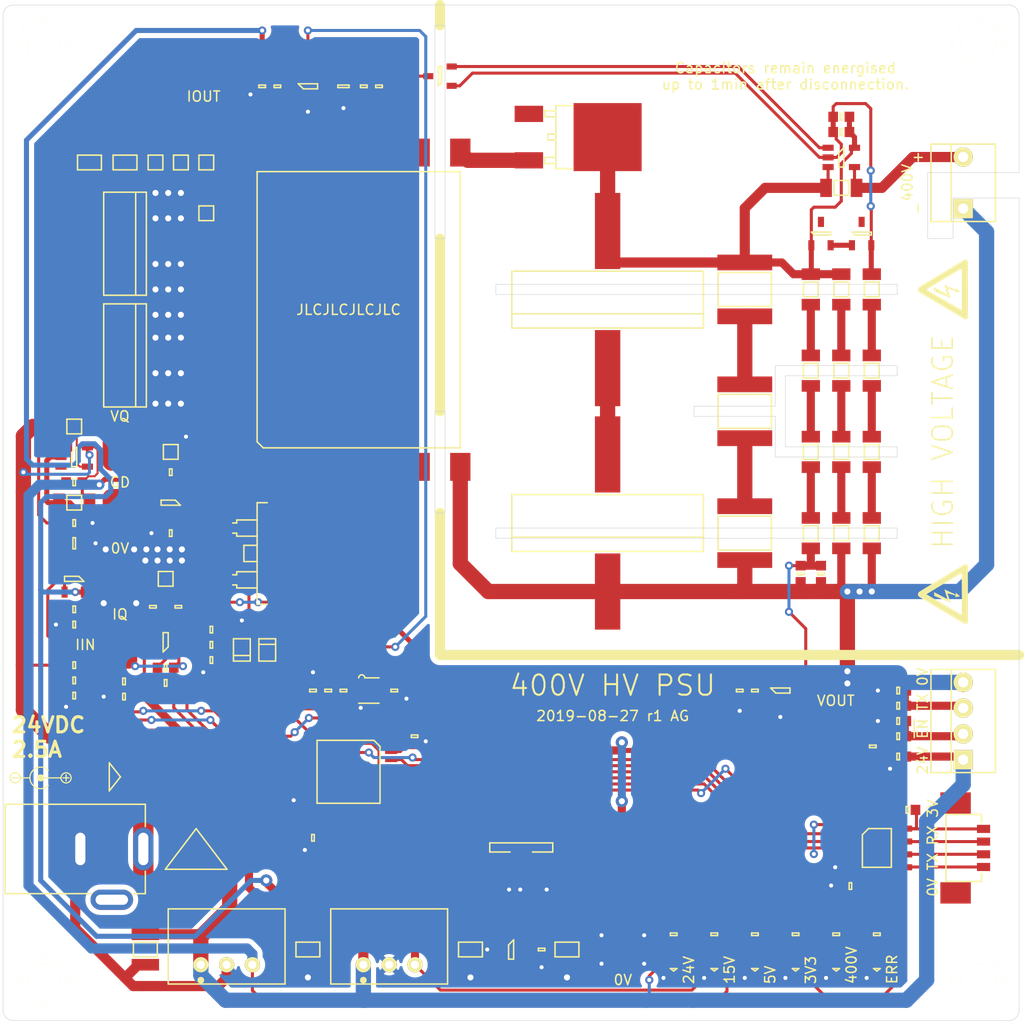
<source format=kicad_pcb>
(kicad_pcb (version 20171130) (host pcbnew 5.1.4-e60b266~84~ubuntu18.04.1)
  (title_block (date 2019-08-28) (rev 1))
  (layers (0 F.Cu signal) (31 B.Cu signal) (34 B.Paste user) (35 F.Paste user) (36 B.SilkS user) (37 F.SilkS user) (38 B.Mask user) (39 F.Mask user) (44 Edge.Cuts user))
  (net 0 "")
  (net 1 GND)
  (net 2 /VIN_MON)
  (net 3 3v3)
  (net 4 24v)
  (net 5 "Net-(C107-Pad1)")
  (net 6 5v)
  (net 7 "Net-(C205-Pad1)")
  (net 8 "Net-(C206-Pad2)")
  (net 9 15v)
  (net 10 "Net-(C214-Pad2)")
  (net 11 "Net-(C216-Pad1)")
  (net 12 "Net-(C219-Pad2)")
  (net 13 "Net-(C220-Pad2)")
  (net 14 /VOUT_MON)
  (net 15 "Net-(C227-Pad1)")
  (net 16 "Net-(D101-Pad1)")
  (net 17 "Net-(D103-Pad2)")
  (net 18 "Net-(D104-Pad2)")
  (net 19 "Net-(D105-Pad2)")
  (net 20 "Net-(D106-Pad2)")
  (net 21 "Net-(D107-Pad2)")
  (net 22 "Net-(D108-Pad2)")
  (net 23 "Net-(D109-Pad1)")
  (net 24 "Net-(D110-Pad1)")
  (net 25 /V_Q)
  (net 26 "Net-(D203-Pad2)")
  (net 27 "Net-(D204-Pad2)")
  (net 28 /UART_RX)
  (net 29 /UART_TX)
  (net 30 "Net-(IC102-Pad28)")
  (net 31 /LED_FAULT)
  (net 32 /LED_STAT)
  (net 33 /~RUN)
  (net 34 /SWCLK)
  (net 35 /SWDIO)
  (net 36 "Net-(IC102-Pad22)")
  (net 37 "Net-(IC102-Pad21)")
  (net 38 "Net-(IC102-Pad20)")
  (net 39 "Net-(IC102-Pad19)")
  (net 40 /GD)
  (net 41 "Net-(IC102-Pad15)")
  (net 42 /I_Q)
  (net 43 "Net-(IC102-Pad11)")
  (net 44 "Net-(IC102-Pad10)")
  (net 45 /I_OUT)
  (net 46 /I_IN)
  (net 47 /~RST)
  (net 48 "Net-(IC102-Pad3)")
  (net 49 "Net-(IC102-Pad2)")
  (net 50 "Net-(IC104-Pad4)")
  (net 51 "Net-(IC203-Pad5)")
  (net 52 "Net-(IC203-Pad1)")
  (net 53 "Net-(IC204-Pad4)")
  (net 54 "Net-(IC204-Pad3)")
  (net 55 /Flyback/HV+)
  (net 56 "Net-(IC205-Pad1)")
  (net 57 "Net-(J101-Pad2)")
  (net 58 "Net-(P101-Pad8)")
  (net 59 "Net-(P101-Pad7)")
  (net 60 "Net-(P101-Pad6)")
  (net 61 "Net-(Q201-PadS)")
  (net 62 "Net-(R206-Pad2)")
  (net 63 "Net-(R213-Pad2)")
  (net 64 "Net-(R214-Pad2)")
  (net 65 "Net-(R215-Pad2)")
  (net 66 "Net-(R218-Pad2)")
  (net 67 "Net-(R219-Pad2)")
  (net 68 "Net-(R220-Pad2)")
  (net 69 "Net-(R222-Pad2)")
  (net 70 "Net-(R223-Pad2)")
  (net 71 "Net-(R224-Pad2)")
  (net 72 "Net-(T201-Pad8)")
  (net 73 "Net-(T201-Pad5)")
  (net 74 /Flyback/390V)
  (net 75 /Flyback/400V)
  (net 76 "Net-(Q201-PadD)")
  (net 77 "Net-(C222-Pad1)")
  (net 78 "Net-(C113-Pad2)")
  (net 79 "Net-(C113-Pad1)")
  (net 80 "Net-(IC105-Pad7)")
  (net 81 "Net-(IC105-Pad6)")
  (module agg:SOT-23-5 (layer F.Cu) (at 107 106.5 270)
    (fp_text reference IC202)
    (fp_text value AD8605)
    (pad 5 smd rect (at 1.3 -0.95 270) (size 1.1 0.6) (layers F.Cu F.Paste F.Mask) (net 3 3v3))
    (pad 4 smd rect (at 1.3 0.95 270) (size 1.1 0.6) (layers F.Cu F.Paste F.Mask) (net 46 /I_IN))
    (pad 3 smd rect (at -1.3 0.95 270) (size 1.1 0.6) (layers F.Cu F.Paste F.Mask) (net 7 "Net-(C205-Pad1)"))
    (pad 2 smd rect (at -1.3 0 270) (size 1.1 0.6) (layers F.Cu F.Paste F.Mask) (net 1 GND))
    (pad 1 smd rect (at -1.3 -0.95 270) (size 1.1 0.6) (layers F.Cu F.Paste F.Mask) (net 46 /I_IN))
  )
  (module agg:MOLEX-PICOBLADE-53398-0471 (layer F.Cu) (at 196.5 133 270)
    (fp_text reference J104)
    (fp_text value UART)
    (pad 4 smd rect (at 1.875 0 270) (size 0.8 1.3) (layers F.Cu F.Paste F.Mask) (net 78 "Net-(C113-Pad2)"))
    (pad 3 smd rect (at 0.625 0 270) (size 0.8 1.3) (layers F.Cu F.Paste F.Mask) (net 81 "Net-(IC105-Pad6)"))
    (pad 2 smd rect (at -0.625 0 270) (size 0.8 1.3) (layers F.Cu F.Paste F.Mask) (net 80 "Net-(IC105-Pad7)"))
    (pad 1 smd rect (at -1.875 0 270) (size 0.8 1.3) (layers F.Cu F.Paste F.Mask) (net 79 "Net-(C113-Pad1)"))
    (pad "" smd rect (at 4.425 2.75 270) (size 2.1 3) (layers F.Cu F.Paste F.Mask))
    (pad "" smd rect (at -4.425 2.75 270) (size 2.1 3) (layers F.Cu F.Paste F.Mask))
  )
  (module psu:hv (layer F.Cu) (at 192.5 108 90)
    (fp_text reference X107 hide)
    (fp_text value "HV SIGN" hide)
  )
  (module psu:hv (layer F.Cu) (at 192.5 78 90)
    (fp_text reference X106 hide)
    (fp_text value "HV SIGN" hide)
  )
  (module agg:SOIC-8 (layer F.Cu) (at 186 133)
    (fp_text reference IC105)
    (fp_text value ADuM1201)
    (pad 8 smd rect (at 2.7 -1.905) (size 1.55 0.6) (layers F.Cu F.Paste F.Mask) (net 79 "Net-(C113-Pad1)"))
    (pad 7 smd rect (at 2.7 -0.635) (size 1.55 0.6) (layers F.Cu F.Paste F.Mask) (net 80 "Net-(IC105-Pad7)"))
    (pad 6 smd rect (at 2.7 0.635) (size 1.55 0.6) (layers F.Cu F.Paste F.Mask) (net 81 "Net-(IC105-Pad6)"))
    (pad 5 smd rect (at 2.7 1.905) (size 1.55 0.6) (layers F.Cu F.Paste F.Mask) (net 78 "Net-(C113-Pad2)"))
    (pad 4 smd rect (at -2.7 1.905) (size 1.55 0.6) (layers F.Cu F.Paste F.Mask) (net 1 GND))
    (pad 3 smd rect (at -2.7 0.635) (size 1.55 0.6) (layers F.Cu F.Paste F.Mask) (net 29 /UART_TX))
    (pad 2 smd rect (at -2.7 -0.635) (size 1.55 0.6) (layers F.Cu F.Paste F.Mask) (net 28 /UART_RX))
    (pad 1 smd rect (at -2.7 -1.905) (size 1.55 0.6) (layers F.Cu F.Paste F.Mask) (net 3 3v3))
  )
  (module agg:0603 (layer F.Cu) (at 189 129.25 180)
    (fp_text reference C113)
    (fp_text value 100n)
    (pad 2 smd rect (at 0.8 0 180) (size 0.95 1) (layers F.Cu F.Paste F.Mask) (net 78 "Net-(C113-Pad2)"))
    (pad 1 smd rect (at -0.8 0 180) (size 0.95 1) (layers F.Cu F.Paste F.Mask) (net 79 "Net-(C113-Pad1)"))
  )
  (module agg:0603 (layer F.Cu) (at 183.4 136.75 180)
    (fp_text reference C112)
    (fp_text value 100n)
    (pad 2 smd rect (at 0.8 0 180) (size 0.95 1) (layers F.Cu F.Paste F.Mask) (net 1 GND))
    (pad 1 smd rect (at -0.8 0 180) (size 0.95 1) (layers F.Cu F.Paste F.Mask) (net 3 3v3))
  )
  (module agg:1210 (layer F.Cu) (at 146 143 270)
    (fp_text reference C110)
    (fp_text value 10µ)
    (pad 2 smd rect (at 1.5 0 270) (size 1.15 2.7) (layers F.Cu F.Paste F.Mask) (net 1 GND))
    (pad 1 smd rect (at -1.5 0 270) (size 1.15 2.7) (layers F.Cu F.Paste F.Mask) (net 6 5v))
  )
  (module agg:SOT-23-5 (layer F.Cu) (at 176.5 117.5 90)
    (fp_text reference IC207)
    (fp_text value AD8605)
    (pad 5 smd rect (at 1.3 -0.95 90) (size 1.1 0.6) (layers F.Cu F.Paste F.Mask) (net 3 3v3))
    (pad 4 smd rect (at 1.3 0.95 90) (size 1.1 0.6) (layers F.Cu F.Paste F.Mask) (net 14 /VOUT_MON))
    (pad 3 smd rect (at -1.3 0.95 90) (size 1.1 0.6) (layers F.Cu F.Paste F.Mask) (net 77 "Net-(C222-Pad1)"))
    (pad 2 smd rect (at -1.3 0 90) (size 1.1 0.6) (layers F.Cu F.Paste F.Mask) (net 1 GND))
    (pad 1 smd rect (at -1.3 -0.95 90) (size 1.1 0.6) (layers F.Cu F.Paste F.Mask) (net 14 /VOUT_MON))
  )
  (module agg:0603 (layer F.Cu) (at 174 117.5 270)
    (fp_text reference C229)
    (fp_text value 1µ)
    (pad 2 smd rect (at 0.8 0 270) (size 0.95 1) (layers F.Cu F.Paste F.Mask) (net 1 GND))
    (pad 1 smd rect (at -0.8 0 270) (size 0.95 1) (layers F.Cu F.Paste F.Mask) (net 3 3v3))
  )
  (module agg:0603 (layer F.Cu) (at 172.5 117.5 270)
    (fp_text reference C228)
    (fp_text value 100n)
    (pad 2 smd rect (at 0.8 0 270) (size 0.95 1) (layers F.Cu F.Paste F.Mask) (net 1 GND))
    (pad 1 smd rect (at -0.8 0 270) (size 0.95 1) (layers F.Cu F.Paste F.Mask) (net 3 3v3))
  )
  (module agg:KEYSTONE5016 (layer F.Cu) (at 111.5 93.5 90)
    (fp_text reference TP207)
    (fp_text value TESTPAD)
    (pad 1 smd roundrect (at 0 0 90) (size 4.7 3.4) (layers F.Cu F.Paste F.Mask) (net 76 "Net-(Q201-PadD)"))
  )
  (module agg:KEYSTONE5016 (layer F.Cu) (at 111.5 106.5 90)
    (fp_text reference TP206)
    (fp_text value TESTPAD)
    (pad 1 smd roundrect (at 0 0 90) (size 4.7 3.4) (layers F.Cu F.Paste F.Mask) (net 1 GND))
  )
  (module agg:KEYSTONE5016 (layer F.Cu) (at 111.5 113 90)
    (fp_text reference TP203)
    (fp_text value TESTPAD)
    (pad 1 smd roundrect (at 0 0 90) (size 4.7 3.4) (layers F.Cu F.Paste F.Mask) (net 42 /I_Q))
  )
  (module agg:KEYSTONE5016 (layer F.Cu) (at 111.5 100 270)
    (fp_text reference TP202)
    (fp_text value TESTPAD)
    (pad 1 smd roundrect (at 0 0 270) (size 4.7 3.4) (layers F.Cu F.Paste F.Mask) (net 51 "Net-(IC203-Pad5)"))
  )
  (module agg:KEYSTONE5016 (layer F.Cu) (at 161 143)
    (fp_text reference TP102)
    (fp_text value TESTPAD)
    (pad 1 smd roundrect (at 0 0) (size 4.7 3.4) (layers F.Cu F.Paste F.Mask) (net 1 GND))
  )
  (module agg:MOLEX-KK-254P-03 (layer F.Cu) (at 194.5 67.5 90)
    (fp_text reference J103)
    (fp_text value HV_OUT)
    (pad 3 thru_hole circle (at 2.54 0 90) (size 1.9 1.9) (drill 1) (layers *.Cu *.Mask F.SilkS) (net 55 /Flyback/HV+))
    (pad 1 thru_hole rect (at -2.54 0 90) (size 1.9 1.9) (drill 1) (layers *.Cu *.Mask F.SilkS) (net 1 GND))
  )
  (module agg:1206 (layer F.Cu) (at 185.5 102 270)
    (fp_text reference R225)
    (fp_text value 499k)
    (pad 2 smd rect (at 1.5 0 270) (size 1.15 1.8) (layers F.Cu F.Paste F.Mask) (net 1 GND))
    (pad 1 smd rect (at -1.5 0 270) (size 1.15 1.8) (layers F.Cu F.Paste F.Mask) (net 71 "Net-(R224-Pad2)"))
  )
  (module agg:1206 (layer F.Cu) (at 185.5 94 270)
    (fp_text reference R224)
    (fp_text value 499k)
    (pad 2 smd rect (at 1.5 0 270) (size 1.15 1.8) (layers F.Cu F.Paste F.Mask) (net 71 "Net-(R224-Pad2)"))
    (pad 1 smd rect (at -1.5 0 270) (size 1.15 1.8) (layers F.Cu F.Paste F.Mask) (net 70 "Net-(R223-Pad2)"))
  )
  (module agg:1206 (layer F.Cu) (at 185.5 86 270)
    (fp_text reference R223)
    (fp_text value 499k)
    (pad 2 smd rect (at 1.5 0 270) (size 1.15 1.8) (layers F.Cu F.Paste F.Mask) (net 70 "Net-(R223-Pad2)"))
    (pad 1 smd rect (at -1.5 0 270) (size 1.15 1.8) (layers F.Cu F.Paste F.Mask) (net 69 "Net-(R222-Pad2)"))
  )
  (module agg:1206 (layer F.Cu) (at 185.5 78 270)
    (fp_text reference R222)
    (fp_text value 499k)
    (pad 2 smd rect (at 1.5 0 270) (size 1.15 1.8) (layers F.Cu F.Paste F.Mask) (net 69 "Net-(R222-Pad2)"))
    (pad 1 smd rect (at -1.5 0 270) (size 1.15 1.8) (layers F.Cu F.Paste F.Mask) (net 74 /Flyback/390V))
  )
  (module agg:1206 (layer F.Cu) (at 179.5 102 270)
    (fp_text reference R216)
    (fp_text value 499k)
    (pad 2 smd rect (at 1.5 0 270) (size 1.15 1.8) (layers F.Cu F.Paste F.Mask) (net 77 "Net-(C222-Pad1)"))
    (pad 1 smd rect (at -1.5 0 270) (size 1.15 1.8) (layers F.Cu F.Paste F.Mask) (net 65 "Net-(R215-Pad2)"))
  )
  (module agg:1206 (layer F.Cu) (at 179.5 94 270)
    (fp_text reference R215)
    (fp_text value 499k)
    (pad 2 smd rect (at 1.5 0 270) (size 1.15 1.8) (layers F.Cu F.Paste F.Mask) (net 65 "Net-(R215-Pad2)"))
    (pad 1 smd rect (at -1.5 0 270) (size 1.15 1.8) (layers F.Cu F.Paste F.Mask) (net 64 "Net-(R214-Pad2)"))
  )
  (module agg:1206 (layer F.Cu) (at 179.5 86 270)
    (fp_text reference R214)
    (fp_text value 499k)
    (pad 2 smd rect (at 1.5 0 270) (size 1.15 1.8) (layers F.Cu F.Paste F.Mask) (net 64 "Net-(R214-Pad2)"))
    (pad 1 smd rect (at -1.5 0 270) (size 1.15 1.8) (layers F.Cu F.Paste F.Mask) (net 63 "Net-(R213-Pad2)"))
  )
  (module agg:1206 (layer F.Cu) (at 179.5 78 270)
    (fp_text reference R213)
    (fp_text value 499k)
    (pad 2 smd rect (at 1.5 0 270) (size 1.15 1.8) (layers F.Cu F.Paste F.Mask) (net 63 "Net-(R213-Pad2)"))
    (pad 1 smd rect (at -1.5 0 270) (size 1.15 1.8) (layers F.Cu F.Paste F.Mask) (net 75 /Flyback/400V))
  )
  (module agg:1206 (layer F.Cu) (at 107 99 180)
    (fp_text reference C201)
    (fp_text value 1µ)
    (pad 2 smd rect (at 1.5 0 180) (size 1.15 1.8) (layers F.Cu F.Paste F.Mask) (net 1 GND))
    (pad 1 smd rect (at -1.5 0 180) (size 1.15 1.8) (layers F.Cu F.Paste F.Mask) (net 4 24v))
  )
  (module agg:XTAL-25x20 (layer F.Cu) (at 136 117.5)
    (fp_text reference Y101)
    (fp_text value 25M)
    (pad 4 smd rect (at 0.8 -0.85) (size 1 0.8) (layers F.Cu F.Paste F.Mask) (net 3 3v3))
    (pad 3 smd rect (at 0.8 0.85) (size 1 0.8) (layers F.Cu F.Paste F.Mask) (net 49 "Net-(IC102-Pad2)"))
    (pad 2 smd rect (at -0.8 0.85) (size 1 0.8) (layers F.Cu F.Paste F.Mask) (net 1 GND))
    (pad 1 smd rect (at -0.8 -0.85) (size 1 0.8) (layers F.Cu F.Paste F.Mask) (net 3 3v3))
  )
  (module agg:M3_MOUNT (layer F.Cu) (at 196 54)
    (fp_text reference X104 hide)
    (fp_text value "M3 MOUNT" hide)
    (pad "" np_thru_hole circle (at 1.8 1.8) (size 0.6 0.6) (drill 0.6) (layers *.Cu *.Mask F.SilkS))
    (pad "" np_thru_hole circle (at -1.8 1.8) (size 0.6 0.6) (drill 0.6) (layers *.Cu *.Mask F.SilkS))
    (pad "" np_thru_hole circle (at 1.8 -1.8) (size 0.6 0.6) (drill 0.6) (layers *.Cu *.Mask F.SilkS))
    (pad "" np_thru_hole circle (at -1.8 -1.8) (size 0.6 0.6) (drill 0.6) (layers *.Cu *.Mask F.SilkS))
    (pad "" np_thru_hole circle (at -2.5 0) (size 0.6 0.6) (drill 0.6) (layers *.Cu *.Mask F.SilkS))
    (pad "" np_thru_hole circle (at 0 2.5) (size 0.6 0.6) (drill 0.6) (layers *.Cu *.Mask F.SilkS))
    (pad "" np_thru_hole circle (at 2.5 0) (size 0.6 0.6) (drill 0.6) (layers *.Cu *.Mask F.SilkS))
    (pad "" np_thru_hole circle (at 0 -2.5) (size 0.6 0.6) (drill 0.6) (layers *.Cu *.Mask F.SilkS))
    (pad "" np_thru_hole circle (at 0 0) (size 3.3 3.3) (drill 3.3) (layers *.Cu *.Mask F.SilkS) (clearance 1.65))
  )
  (module agg:M3_MOUNT (layer F.Cu) (at 104 54)
    (fp_text reference X103 hide)
    (fp_text value "M3 MOUNT" hide)
    (pad "" np_thru_hole circle (at 1.8 1.8) (size 0.6 0.6) (drill 0.6) (layers *.Cu *.Mask F.SilkS))
    (pad "" np_thru_hole circle (at -1.8 1.8) (size 0.6 0.6) (drill 0.6) (layers *.Cu *.Mask F.SilkS))
    (pad "" np_thru_hole circle (at 1.8 -1.8) (size 0.6 0.6) (drill 0.6) (layers *.Cu *.Mask F.SilkS))
    (pad "" np_thru_hole circle (at -1.8 -1.8) (size 0.6 0.6) (drill 0.6) (layers *.Cu *.Mask F.SilkS))
    (pad "" np_thru_hole circle (at -2.5 0) (size 0.6 0.6) (drill 0.6) (layers *.Cu *.Mask F.SilkS))
    (pad "" np_thru_hole circle (at 0 2.5) (size 0.6 0.6) (drill 0.6) (layers *.Cu *.Mask F.SilkS))
    (pad "" np_thru_hole circle (at 2.5 0) (size 0.6 0.6) (drill 0.6) (layers *.Cu *.Mask F.SilkS))
    (pad "" np_thru_hole circle (at 0 -2.5) (size 0.6 0.6) (drill 0.6) (layers *.Cu *.Mask F.SilkS))
    (pad "" np_thru_hole circle (at 0 0) (size 3.3 3.3) (drill 3.3) (layers *.Cu *.Mask F.SilkS) (clearance 1.65))
  )
  (module agg:M3_MOUNT (layer F.Cu) (at 196 146)
    (fp_text reference X102 hide)
    (fp_text value "M3 MOUNT" hide)
    (pad "" np_thru_hole circle (at 1.8 1.8) (size 0.6 0.6) (drill 0.6) (layers *.Cu *.Mask F.SilkS))
    (pad "" np_thru_hole circle (at -1.8 1.8) (size 0.6 0.6) (drill 0.6) (layers *.Cu *.Mask F.SilkS))
    (pad "" np_thru_hole circle (at 1.8 -1.8) (size 0.6 0.6) (drill 0.6) (layers *.Cu *.Mask F.SilkS))
    (pad "" np_thru_hole circle (at -1.8 -1.8) (size 0.6 0.6) (drill 0.6) (layers *.Cu *.Mask F.SilkS))
    (pad "" np_thru_hole circle (at -2.5 0) (size 0.6 0.6) (drill 0.6) (layers *.Cu *.Mask F.SilkS))
    (pad "" np_thru_hole circle (at 0 2.5) (size 0.6 0.6) (drill 0.6) (layers *.Cu *.Mask F.SilkS))
    (pad "" np_thru_hole circle (at 2.5 0) (size 0.6 0.6) (drill 0.6) (layers *.Cu *.Mask F.SilkS))
    (pad "" np_thru_hole circle (at 0 -2.5) (size 0.6 0.6) (drill 0.6) (layers *.Cu *.Mask F.SilkS))
    (pad "" np_thru_hole circle (at 0 0) (size 3.3 3.3) (drill 3.3) (layers *.Cu *.Mask F.SilkS) (clearance 1.65))
  )
  (module agg:M3_MOUNT (layer F.Cu) (at 104 146)
    (fp_text reference X101 hide)
    (fp_text value "M3 MOUNT" hide)
    (pad "" np_thru_hole circle (at 1.8 1.8) (size 0.6 0.6) (drill 0.6) (layers *.Cu *.Mask F.SilkS))
    (pad "" np_thru_hole circle (at -1.8 1.8) (size 0.6 0.6) (drill 0.6) (layers *.Cu *.Mask F.SilkS))
    (pad "" np_thru_hole circle (at 1.8 -1.8) (size 0.6 0.6) (drill 0.6) (layers *.Cu *.Mask F.SilkS))
    (pad "" np_thru_hole circle (at -1.8 -1.8) (size 0.6 0.6) (drill 0.6) (layers *.Cu *.Mask F.SilkS))
    (pad "" np_thru_hole circle (at -2.5 0) (size 0.6 0.6) (drill 0.6) (layers *.Cu *.Mask F.SilkS))
    (pad "" np_thru_hole circle (at 0 2.5) (size 0.6 0.6) (drill 0.6) (layers *.Cu *.Mask F.SilkS))
    (pad "" np_thru_hole circle (at 2.5 0) (size 0.6 0.6) (drill 0.6) (layers *.Cu *.Mask F.SilkS))
    (pad "" np_thru_hole circle (at 0 -2.5) (size 0.6 0.6) (drill 0.6) (layers *.Cu *.Mask F.SilkS))
    (pad "" np_thru_hole circle (at 0 0) (size 3.3 3.3) (drill 3.3) (layers *.Cu *.Mask F.SilkS) (clearance 1.65))
  )
  (module agg:TESTPAD (layer F.Cu) (at 122.5 59)
    (fp_text reference TP205 hide)
    (fp_text value TESTPAD hide)
    (pad 1 smd circle (at 0 0) (size 1 1) (layers F.Cu F.Mask) (net 45 /I_OUT))
  )
  (module agg:TESTPAD (layer F.Cu) (at 179 118.5 180)
    (fp_text reference TP204 hide)
    (fp_text value TESTPAD hide)
    (pad 1 smd circle (at 0 0 180) (size 1 1) (layers F.Cu F.Mask) (net 77 "Net-(C222-Pad1)"))
  )
  (module agg:TESTPAD (layer F.Cu) (at 106 113 180)
    (fp_text reference TP201 hide)
    (fp_text value TESTPAD hide)
    (pad 1 smd circle (at 0 0 180) (size 1 1) (layers F.Cu F.Mask) (net 46 /I_IN))
  )
  (module agg:TESTPAD (layer F.Cu) (at 178 138.5)
    (fp_text reference TP105 hide)
    (fp_text value TESTPAD hide)
    (pad 1 smd circle (at 0 0) (size 1 1) (layers F.Cu F.Mask) (net 3 3v3))
  )
  (module agg:TESTPAD (layer F.Cu) (at 174 138.5)
    (fp_text reference TP104 hide)
    (fp_text value TESTPAD hide)
    (pad 1 smd circle (at 0 0) (size 1 1) (layers F.Cu F.Mask) (net 6 5v))
  )
  (module agg:TESTPAD (layer F.Cu) (at 170 138.5)
    (fp_text reference TP103 hide)
    (fp_text value TESTPAD hide)
    (pad 1 smd circle (at 0 0) (size 1 1) (layers F.Cu F.Mask) (net 9 15v))
  )
  (module agg:TESTPAD (layer F.Cu) (at 166 138.5)
    (fp_text reference TP101 hide)
    (fp_text value TESTPAD hide)
    (pad 1 smd circle (at 0 0) (size 1 1) (layers F.Cu F.Mask) (net 4 24v))
  )
  (module agg:GA3459-BL (layer F.Cu) (at 135 80 90)
    (fp_text reference T201)
    (fp_text value GA3459-BL)
    (pad 12 smd rect (at 15.475 -10 90) (size 2.75 2) (layers F.Cu F.Paste F.Mask) (net 8 "Net-(C206-Pad2)"))
    (pad 11 smd rect (at 15.475 -6 90) (size 2.75 2) (layers F.Cu F.Paste F.Mask) (net 8 "Net-(C206-Pad2)"))
    (pad 10 smd rect (at 15.475 -2 90) (size 2.75 2) (layers F.Cu F.Paste F.Mask) (net 8 "Net-(C206-Pad2)"))
    (pad 9 smd rect (at 15.475 2 90) (size 2.75 2) (layers F.Cu F.Paste F.Mask) (net 8 "Net-(C206-Pad2)"))
    (pad 8 smd rect (at 15.475 6 90) (size 2.75 2) (layers F.Cu F.Paste F.Mask) (net 72 "Net-(T201-Pad8)"))
    (pad 7 smd rect (at 15.475 10 90) (size 2.75 2) (layers F.Cu F.Paste F.Mask) (net 26 "Net-(D203-Pad2)"))
    (pad 6 smd rect (at -15.475 10 90) (size 2.75 2) (layers F.Cu F.Paste F.Mask) (net 1 GND))
    (pad 5 smd rect (at -15.475 6 90) (size 2.75 2) (layers F.Cu F.Paste F.Mask) (net 73 "Net-(T201-Pad5)"))
    (pad 4 smd rect (at -15.475 2 90) (size 2.75 2) (layers F.Cu F.Paste F.Mask) (net 76 "Net-(Q201-PadD)"))
    (pad 3 smd rect (at -15.475 -2 90) (size 2.75 2) (layers F.Cu F.Paste F.Mask) (net 76 "Net-(Q201-PadD)"))
    (pad 2 smd rect (at -15.475 -6 90) (size 2.75 2) (layers F.Cu F.Paste F.Mask) (net 76 "Net-(Q201-PadD)"))
    (pad 1 smd rect (at -15.475 -10 90) (size 2.75 2) (layers F.Cu F.Paste F.Mask) (net 76 "Net-(Q201-PadD)"))
  )
  (module agg:1206 (layer F.Cu) (at 182.5 68 180)
    (fp_text reference R228)
    (fp_text value 500m)
    (pad 2 smd rect (at 1.5 0 180) (size 1.15 1.8) (layers F.Cu F.Paste F.Mask) (net 75 /Flyback/400V))
    (pad 1 smd rect (at -1.5 0 180) (size 1.15 1.8) (layers F.Cu F.Paste F.Mask) (net 55 /Flyback/HV+))
  )
  (module agg:0603 (layer F.Cu) (at 135.5 58 270)
    (fp_text reference R227)
    (fp_text value 100k)
    (pad 2 smd rect (at 0.8 0 270) (size 0.95 1) (layers F.Cu F.Paste F.Mask) (net 1 GND))
    (pad 1 smd rect (at -0.8 0 270) (size 0.95 1) (layers F.Cu F.Paste F.Mask) (net 15 "Net-(C227-Pad1)"))
  )
  (module agg:0603 (layer F.Cu) (at 137 58 270)
    (fp_text reference R226)
    (fp_text value 100k)
    (pad 2 smd rect (at 0.8 0 270) (size 0.95 1) (layers F.Cu F.Paste F.Mask) (net 1 GND))
    (pad 1 smd rect (at -0.8 0 270) (size 0.95 1) (layers F.Cu F.Paste F.Mask) (net 15 "Net-(C227-Pad1)"))
  )
  (module agg:1206 (layer F.Cu) (at 182.5 102 270)
    (fp_text reference R221)
    (fp_text value 100k)
    (pad 2 smd rect (at 1.5 0 270) (size 1.15 1.8) (layers F.Cu F.Paste F.Mask) (net 1 GND))
    (pad 1 smd rect (at -1.5 0 270) (size 1.15 1.8) (layers F.Cu F.Paste F.Mask) (net 68 "Net-(R220-Pad2)"))
  )
  (module agg:1206 (layer F.Cu) (at 182.5 94 270)
    (fp_text reference R220)
    (fp_text value 100k)
    (pad 2 smd rect (at 1.5 0 270) (size 1.15 1.8) (layers F.Cu F.Paste F.Mask) (net 68 "Net-(R220-Pad2)"))
    (pad 1 smd rect (at -1.5 0 270) (size 1.15 1.8) (layers F.Cu F.Paste F.Mask) (net 67 "Net-(R219-Pad2)"))
  )
  (module agg:1206 (layer F.Cu) (at 182.5 86 270)
    (fp_text reference R219)
    (fp_text value 100k)
    (pad 2 smd rect (at 1.5 0 270) (size 1.15 1.8) (layers F.Cu F.Paste F.Mask) (net 67 "Net-(R219-Pad2)"))
    (pad 1 smd rect (at -1.5 0 270) (size 1.15 1.8) (layers F.Cu F.Paste F.Mask) (net 66 "Net-(R218-Pad2)"))
  )
  (module agg:1206 (layer F.Cu) (at 182.5 78 270)
    (fp_text reference R218)
    (fp_text value 100k)
    (pad 2 smd rect (at 1.5 0 270) (size 1.15 1.8) (layers F.Cu F.Paste F.Mask) (net 66 "Net-(R218-Pad2)"))
    (pad 1 smd rect (at -1.5 0 270) (size 1.15 1.8) (layers F.Cu F.Paste F.Mask) (net 75 /Flyback/400V))
  )
  (module agg:0603 (layer F.Cu) (at 180.5 106 270)
    (fp_text reference R217)
    (fp_text value 10k)
    (pad 2 smd rect (at 0.8 0 270) (size 0.95 1) (layers F.Cu F.Paste F.Mask) (net 1 GND))
    (pad 1 smd rect (at -0.8 0 270) (size 0.95 1) (layers F.Cu F.Paste F.Mask) (net 77 "Net-(C222-Pad1)"))
  )
  (module agg:0603 (layer F.Cu) (at 116 116.75 180)
    (fp_text reference R212)
    (fp_text value 100k)
    (pad 2 smd rect (at 0.8 0 180) (size 0.95 1) (layers F.Cu F.Paste F.Mask) (net 53 "Net-(IC204-Pad4)"))
    (pad 1 smd rect (at -0.8 0 180) (size 0.95 1) (layers F.Cu F.Paste F.Mask) (net 42 /I_Q))
  )
  (module agg:0603 (layer F.Cu) (at 116 115.25 180)
    (fp_text reference R211)
    (fp_text value 100k)
    (pad 2 smd rect (at 0.8 0 180) (size 0.95 1) (layers F.Cu F.Paste F.Mask) (net 53 "Net-(IC204-Pad4)"))
    (pad 1 smd rect (at -0.8 0 180) (size 0.95 1) (layers F.Cu F.Paste F.Mask) (net 42 /I_Q))
  )
  (module agg:0603 (layer F.Cu) (at 114.75 109.25 90)
    (fp_text reference R210)
    (fp_text value 1k)
    (pad 2 smd rect (at 0.8 0 90) (size 0.95 1) (layers F.Cu F.Paste F.Mask) (net 1 GND))
    (pad 1 smd rect (at -0.8 0 90) (size 0.95 1) (layers F.Cu F.Paste F.Mask) (net 53 "Net-(IC204-Pad4)"))
  )
  (module agg:0603 (layer F.Cu) (at 117.25 109.25 90)
    (fp_text reference R209)
    (fp_text value 1k)
    (pad 2 smd rect (at 0.8 0 90) (size 0.95 1) (layers F.Cu F.Paste F.Mask) (net 61 "Net-(Q201-PadS)"))
    (pad 1 smd rect (at -0.8 0 90) (size 0.95 1) (layers F.Cu F.Paste F.Mask) (net 54 "Net-(IC204-Pad3)"))
  )
  (module agg:0603 (layer F.Cu) (at 120.5 114.5 180)
    (fp_text reference R208)
    (fp_text value 1k)
    (pad 2 smd rect (at 0.8 0 180) (size 0.95 1) (layers F.Cu F.Paste F.Mask) (net 1 GND))
    (pad 1 smd rect (at -0.8 0 180) (size 0.95 1) (layers F.Cu F.Paste F.Mask) (net 25 /V_Q))
  )
  (module agg:0603 (layer F.Cu) (at 120.5 113)
    (fp_text reference R207)
    (fp_text value 10k)
    (pad 2 smd rect (at 0.8 0) (size 0.95 1) (layers F.Cu F.Paste F.Mask) (net 25 /V_Q))
    (pad 1 smd rect (at -0.8 0) (size 0.95 1) (layers F.Cu F.Paste F.Mask) (net 62 "Net-(R206-Pad2)"))
  )
  (module agg:0603 (layer F.Cu) (at 120.5 111.5 180)
    (fp_text reference R206)
    (fp_text value 10k)
    (pad 2 smd rect (at 0.8 0 180) (size 0.95 1) (layers F.Cu F.Paste F.Mask) (net 62 "Net-(R206-Pad2)"))
    (pad 1 smd rect (at -0.8 0 180) (size 0.95 1) (layers F.Cu F.Paste F.Mask) (net 76 "Net-(Q201-PadD)"))
  )
  (module agg:1206 (layer F.Cu) (at 116 106.5 180)
    (fp_text reference R205)
    (fp_text value 10m)
    (pad 2 smd rect (at 1.5 0 180) (size 1.15 1.8) (layers F.Cu F.Paste F.Mask) (net 1 GND))
    (pad 1 smd rect (at -1.5 0 180) (size 1.15 1.8) (layers F.Cu F.Paste F.Mask) (net 61 "Net-(Q201-PadS)"))
  )
  (module agg:1206 (layer F.Cu) (at 120 70.5 270)
    (fp_text reference R204)
    (fp_text value 4R7)
    (pad 2 smd rect (at 1.5 0 270) (size 1.15 1.8) (layers F.Cu F.Paste F.Mask) (net 76 "Net-(Q201-PadD)"))
    (pad 1 smd rect (at -1.5 0 270) (size 1.15 1.8) (layers F.Cu F.Paste F.Mask) (net 10 "Net-(C214-Pad2)"))
  )
  (module agg:0603 (layer F.Cu) (at 116.5 102 180)
    (fp_text reference R203)
    (fp_text value 100k)
    (pad 2 smd rect (at 0.8 0 180) (size 0.95 1) (layers F.Cu F.Paste F.Mask) (net 1 GND))
    (pad 1 smd rect (at -0.8 0 180) (size 0.95 1) (layers F.Cu F.Paste F.Mask) (net 51 "Net-(IC203-Pad5)"))
  )
  (module agg:0603 (layer F.Cu) (at 107 101)
    (fp_text reference R202)
    (fp_text value 100k)
    (pad 2 smd rect (at 0.8 0) (size 0.95 1) (layers F.Cu F.Paste F.Mask) (net 1 GND))
    (pad 1 smd rect (at -0.8 0) (size 0.95 1) (layers F.Cu F.Paste F.Mask) (net 7 "Net-(C205-Pad1)"))
  )
  (module agg:1206 (layer F.Cu) (at 107 91.5)
    (fp_text reference R201)
    (fp_text value 10m)
    (pad 2 smd rect (at 1.5 0) (size 1.15 1.8) (layers F.Cu F.Paste F.Mask) (net 8 "Net-(C206-Pad2)"))
    (pad 1 smd rect (at -1.5 0) (size 1.15 1.8) (layers F.Cu F.Paste F.Mask) (net 4 24v))
  )
  (module agg:0603 (layer F.Cu) (at 188.1 122 180)
    (fp_text reference R111)
    (fp_text value 1k)
    (pad 2 smd rect (at 0.8 0 180) (size 0.95 1) (layers F.Cu F.Paste F.Mask) (net 33 /~RUN))
    (pad 1 smd rect (at -0.8 0 180) (size 0.95 1) (layers F.Cu F.Paste F.Mask) (net 24 "Net-(D110-Pad1)"))
  )
  (module agg:0603 (layer F.Cu) (at 188.1 119 180)
    (fp_text reference R110)
    (fp_text value 1k)
    (pad 2 smd rect (at 0.8 0 180) (size 0.95 1) (layers F.Cu F.Paste F.Mask) (net 29 /UART_TX))
    (pad 1 smd rect (at -0.8 0 180) (size 0.95 1) (layers F.Cu F.Paste F.Mask) (net 23 "Net-(D109-Pad1)"))
  )
  (module agg:0603 (layer F.Cu) (at 185.6 123 270)
    (fp_text reference R109)
    (fp_text value 10k)
    (pad 2 smd rect (at 0.8 0 270) (size 0.95 1) (layers F.Cu F.Paste F.Mask) (net 3 3v3))
    (pad 1 smd rect (at -0.8 0 270) (size 0.95 1) (layers F.Cu F.Paste F.Mask) (net 33 /~RUN))
  )
  (module agg:0603 (layer F.Cu) (at 178 141.5 270)
    (fp_text reference R108)
    (fp_text value 1k)
    (pad 2 smd rect (at 0.8 0 270) (size 0.95 1) (layers F.Cu F.Paste F.Mask) (net 22 "Net-(D108-Pad2)"))
    (pad 1 smd rect (at -0.8 0 270) (size 0.95 1) (layers F.Cu F.Paste F.Mask) (net 3 3v3))
  )
  (module agg:0603 (layer F.Cu) (at 182 141.5 270)
    (fp_text reference R107)
    (fp_text value 1k)
    (pad 2 smd rect (at 0.8 0 270) (size 0.95 1) (layers F.Cu F.Paste F.Mask) (net 21 "Net-(D107-Pad2)"))
    (pad 1 smd rect (at -0.8 0 270) (size 0.95 1) (layers F.Cu F.Paste F.Mask) (net 32 /LED_STAT))
  )
  (module agg:0603 (layer F.Cu) (at 186 141.5 270)
    (fp_text reference R106)
    (fp_text value 1k)
    (pad 2 smd rect (at 0.8 0 270) (size 0.95 1) (layers F.Cu F.Paste F.Mask) (net 20 "Net-(D106-Pad2)"))
    (pad 1 smd rect (at -0.8 0 270) (size 0.95 1) (layers F.Cu F.Paste F.Mask) (net 31 /LED_FAULT))
  )
  (module agg:0603 (layer F.Cu) (at 174 141.5 270)
    (fp_text reference R105)
    (fp_text value 1k)
    (pad 2 smd rect (at 0.8 0 270) (size 0.95 1) (layers F.Cu F.Paste F.Mask) (net 19 "Net-(D105-Pad2)"))
    (pad 1 smd rect (at -0.8 0 270) (size 0.95 1) (layers F.Cu F.Paste F.Mask) (net 6 5v))
  )
  (module agg:0603 (layer F.Cu) (at 170 141.5 270)
    (fp_text reference R104)
    (fp_text value 10k)
    (pad 2 smd rect (at 0.8 0 270) (size 0.95 1) (layers F.Cu F.Paste F.Mask) (net 18 "Net-(D104-Pad2)"))
    (pad 1 smd rect (at -0.8 0 270) (size 0.95 1) (layers F.Cu F.Paste F.Mask) (net 9 15v))
  )
  (module agg:0603 (layer F.Cu) (at 107 116.5 180)
    (fp_text reference R103)
    (fp_text value 10k)
    (pad 2 smd rect (at 0.8 0 180) (size 0.95 1) (layers F.Cu F.Paste F.Mask) (net 1 GND))
    (pad 1 smd rect (at -0.8 0 180) (size 0.95 1) (layers F.Cu F.Paste F.Mask) (net 2 /VIN_MON))
  )
  (module agg:0603 (layer F.Cu) (at 107 115)
    (fp_text reference R102)
    (fp_text value 100k)
    (pad 2 smd rect (at 0.8 0) (size 0.95 1) (layers F.Cu F.Paste F.Mask) (net 2 /VIN_MON))
    (pad 1 smd rect (at -0.8 0) (size 0.95 1) (layers F.Cu F.Paste F.Mask) (net 4 24v))
  )
  (module agg:0603 (layer F.Cu) (at 166 141.5 270)
    (fp_text reference R101)
    (fp_text value 10k)
    (pad 2 smd rect (at 0.8 0 270) (size 0.95 1) (layers F.Cu F.Paste F.Mask) (net 17 "Net-(D103-Pad2)"))
    (pad 1 smd rect (at -0.8 0 270) (size 0.95 1) (layers F.Cu F.Paste F.Mask) (net 4 24v))
  )
  (module agg:SOT-23 (layer F.Cu) (at 143 57 180)
    (fp_text reference Q202)
    (fp_text value PBHV9050T)
    (pad 3 smd rect (at 1.15 0 180) (size 1 0.6) (layers F.Cu F.Paste F.Mask) (net 15 "Net-(C227-Pad1)"))
    (pad 2 smd rect (at -1.15 0.95 180) (size 1 0.6) (layers F.Cu F.Paste F.Mask) (net 56 "Net-(IC205-Pad1)"))
    (pad 1 smd rect (at -1.15 -0.95 180) (size 1 0.6) (layers F.Cu F.Paste F.Mask) (net 74 /Flyback/390V))
  )
  (module agg:D2PAK_GDS (layer F.Cu) (at 131 104 270)
    (fp_text reference Q201)
    (fp_text value STB45N60DM2AG)
    (pad S smd roundrect (at 2.54 10.275 270) (size 1.6 3.5) (layers F.Cu F.Paste F.Mask) (roundrect_rratio 0.062) (net 61 "Net-(Q201-PadS)"))
    (pad G smd roundrect (at -2.54 10.275 270) (size 1.6 3.5) (layers F.Cu F.Paste F.Mask) (roundrect_rratio 0.062) (net 51 "Net-(IC203-Pad5)"))
    (pad D smd roundrect (at 0 0 270) (size 12.2 9.75) (layers F.Cu F.Paste F.Mask) (roundrect_rratio 0.051) (net 76 "Net-(Q201-PadD)"))
  )
  (module agg:FTSH-105-01-L-DV-K (layer F.Cu) (at 151 133)
    (fp_text reference P101)
    (fp_text value SWD)
    (pad 10 smd rect (at 2.54 -2.035) (size 0.74 2.79) (layers F.Cu F.Paste F.Mask) (net 47 /~RST))
    (pad 9 smd rect (at 2.54 2.035) (size 0.74 2.79) (layers F.Cu F.Paste F.Mask) (net 1 GND))
    (pad 8 smd rect (at 1.27 -2.035) (size 0.74 2.79) (layers F.Cu F.Paste F.Mask) (net 58 "Net-(P101-Pad8)"))
    (pad 7 smd rect (at 1.27 2.035) (size 0.74 2.79) (layers F.Cu F.Paste F.Mask) (net 59 "Net-(P101-Pad7)"))
    (pad 6 smd rect (at 0 -2.035) (size 0.74 2.79) (layers F.Cu F.Paste F.Mask) (net 60 "Net-(P101-Pad6)"))
    (pad 5 smd rect (at 0 2.035) (size 0.74 2.79) (layers F.Cu F.Paste F.Mask) (net 1 GND))
    (pad 4 smd rect (at -1.27 -2.035) (size 0.74 2.79) (layers F.Cu F.Paste F.Mask) (net 34 /SWCLK))
    (pad 3 smd rect (at -1.27 2.035) (size 0.74 2.79) (layers F.Cu F.Paste F.Mask) (net 1 GND))
    (pad 2 smd rect (at -2.54 -2.035) (size 0.74 2.79) (layers F.Cu F.Paste F.Mask) (net 35 /SWDIO))
    (pad 1 smd rect (at -2.54 2.035) (size 0.74 2.79) (layers F.Cu F.Paste F.Mask) (net 3 3v3))
  )
  (module agg:0603 (layer F.Cu) (at 133.5 117.5 90)
    (fp_text reference L101)
    (fp_text value FB)
    (pad 2 smd rect (at 0.8 0 90) (size 0.95 1) (layers F.Cu F.Paste F.Mask) (net 3 3v3))
    (pad 1 smd rect (at -0.8 0 90) (size 0.95 1) (layers F.Cu F.Paste F.Mask) (net 5 "Net-(C107-Pad1)"))
  )
  (module agg:MOLEX-KK-254P-04 (layer F.Cu) (at 194.5 120.5 90)
    (fp_text reference J102)
    (fp_text value CTRL)
    (pad 4 thru_hole circle (at 3.81 0 90) (size 1.9 1.9) (drill 1) (layers *.Cu *.Mask F.SilkS) (net 1 GND))
    (pad 3 thru_hole circle (at 1.27 0 90) (size 1.9 1.9) (drill 1) (layers *.Cu *.Mask F.SilkS) (net 23 "Net-(D109-Pad1)"))
    (pad 2 thru_hole circle (at -1.27 0 90) (size 1.9 1.9) (drill 1) (layers *.Cu *.Mask F.SilkS) (net 24 "Net-(D110-Pad1)"))
    (pad 1 thru_hole rect (at -3.81 0 90) (size 1.9 1.9) (drill 1) (layers *.Cu *.Mask F.SilkS) (net 4 24v))
  )
  (module agg:BARRELJACK (layer F.Cu) (at 110.7 133.1 180)
    (fp_text reference J101)
    (fp_text value PWR_IN)
    (pad 3 thru_hole roundrect (at 3.1 0 270) (size 4.2 2) (drill oval 3.2 1) (layers *.Cu *.Mask) (roundrect_rratio 0.5) (net 1 GND))
    (pad 2 thru_hole roundrect (at 0 -5 180) (size 4.2 2) (drill oval 3.2 1) (layers *.Cu *.Mask) (roundrect_rratio 0.5) (net 57 "Net-(J101-Pad2)"))
    (pad 1 thru_hole roundrect (at -3.1 0 270) (size 4.2 2) (drill oval 3.2 1) (layers *.Cu *.Mask) (roundrect_rratio 0.5) (net 16 "Net-(D101-Pad1)"))
  )
  (module agg:SOT-23-5 (layer F.Cu) (at 130 58 90)
    (fp_text reference IC206)
    (fp_text value AD8605)
    (pad 5 smd rect (at 1.3 -0.95 90) (size 1.1 0.6) (layers F.Cu F.Paste F.Mask) (net 3 3v3))
    (pad 4 smd rect (at 1.3 0.95 90) (size 1.1 0.6) (layers F.Cu F.Paste F.Mask) (net 45 /I_OUT))
    (pad 3 smd rect (at -1.3 0.95 90) (size 1.1 0.6) (layers F.Cu F.Paste F.Mask) (net 15 "Net-(C227-Pad1)"))
    (pad 2 smd rect (at -1.3 0 90) (size 1.1 0.6) (layers F.Cu F.Paste F.Mask) (net 1 GND))
    (pad 1 smd rect (at -1.3 -0.95 90) (size 1.1 0.6) (layers F.Cu F.Paste F.Mask) (net 45 /I_OUT))
  )
  (module agg:SOT-23-5 (layer F.Cu) (at 182.5 65)
    (fp_text reference IC205)
    (fp_text value INA139)
    (pad 5 smd rect (at 1.3 -0.95) (size 1.1 0.6) (layers F.Cu F.Paste F.Mask) (net 75 /Flyback/400V))
    (pad 4 smd rect (at 1.3 0.95) (size 1.1 0.6) (layers F.Cu F.Paste F.Mask) (net 55 /Flyback/HV+))
    (pad 3 smd rect (at -1.3 0.95) (size 1.1 0.6) (layers F.Cu F.Paste F.Mask) (net 75 /Flyback/400V))
    (pad 2 smd rect (at -1.3 0) (size 1.1 0.6) (layers F.Cu F.Paste F.Mask) (net 74 /Flyback/390V))
    (pad 1 smd rect (at -1.3 -0.95) (size 1.1 0.6) (layers F.Cu F.Paste F.Mask) (net 56 "Net-(IC205-Pad1)"))
  )
  (module agg:SOT-23-5 (layer F.Cu) (at 116 112.75 180)
    (fp_text reference IC204)
    (fp_text value AD8065)
    (pad 5 smd rect (at 1.3 -0.95 180) (size 1.1 0.6) (layers F.Cu F.Paste F.Mask) (net 6 5v))
    (pad 4 smd rect (at 1.3 0.95 180) (size 1.1 0.6) (layers F.Cu F.Paste F.Mask) (net 53 "Net-(IC204-Pad4)"))
    (pad 3 smd rect (at -1.3 0.95 180) (size 1.1 0.6) (layers F.Cu F.Paste F.Mask) (net 54 "Net-(IC204-Pad3)"))
    (pad 2 smd rect (at -1.3 0 180) (size 1.1 0.6) (layers F.Cu F.Paste F.Mask) (net 1 GND))
    (pad 1 smd rect (at -1.3 -0.95 180) (size 1.1 0.6) (layers F.Cu F.Paste F.Mask) (net 42 /I_Q))
  )
  (module agg:SOT-23-5 (layer F.Cu) (at 116.5 99 270)
    (fp_text reference IC203)
    (fp_text value MCP1416)
    (pad 5 smd rect (at 1.3 -0.95 270) (size 1.1 0.6) (layers F.Cu F.Paste F.Mask) (net 51 "Net-(IC203-Pad5)"))
    (pad 4 smd rect (at 1.3 0.95 270) (size 1.1 0.6) (layers F.Cu F.Paste F.Mask) (net 1 GND))
    (pad 3 smd rect (at -1.3 0.95 270) (size 1.1 0.6) (layers F.Cu F.Paste F.Mask) (net 40 /GD))
    (pad 2 smd rect (at -1.3 0 270) (size 1.1 0.6) (layers F.Cu F.Paste F.Mask) (net 9 15v))
    (pad 1 smd rect (at -1.3 -0.95 270) (size 1.1 0.6) (layers F.Cu F.Paste F.Mask) (net 52 "Net-(IC203-Pad1)"))
  )
  (module agg:SOT-23-5 (layer F.Cu) (at 107 94.5)
    (fp_text reference IC201)
    (fp_text value INA139)
    (pad 5 smd rect (at 1.3 -0.95) (size 1.1 0.6) (layers F.Cu F.Paste F.Mask) (net 4 24v))
    (pad 4 smd rect (at 1.3 0.95) (size 1.1 0.6) (layers F.Cu F.Paste F.Mask) (net 8 "Net-(C206-Pad2)"))
    (pad 3 smd rect (at -1.3 0.95) (size 1.1 0.6) (layers F.Cu F.Paste F.Mask) (net 4 24v))
    (pad 2 smd rect (at -1.3 0) (size 1.1 0.6) (layers F.Cu F.Paste F.Mask) (net 1 GND))
    (pad 1 smd rect (at -1.3 -0.95) (size 1.1 0.6) (layers F.Cu F.Paste F.Mask) (net 7 "Net-(C205-Pad1)"))
  )
  (module agg:SOT-23-5 (layer F.Cu) (at 150 143)
    (fp_text reference IC104)
    (fp_text value NCP161)
    (pad 5 smd rect (at 1.3 -0.95) (size 1.1 0.6) (layers F.Cu F.Paste F.Mask) (net 3 3v3))
    (pad 4 smd rect (at 1.3 0.95) (size 1.1 0.6) (layers F.Cu F.Paste F.Mask) (net 50 "Net-(IC104-Pad4)"))
    (pad 3 smd rect (at -1.3 0.95) (size 1.1 0.6) (layers F.Cu F.Paste F.Mask) (net 6 5v))
    (pad 2 smd rect (at -1.3 0) (size 1.1 0.6) (layers F.Cu F.Paste F.Mask) (net 1 GND))
    (pad 1 smd rect (at -1.3 -0.95) (size 1.1 0.6) (layers F.Cu F.Paste F.Mask) (net 6 5v))
  )
  (module agg:TSR1 (layer F.Cu) (at 138 144.5)
    (fp_text reference IC103)
    (fp_text value "TSR 1-2450")
    (pad 3 thru_hole circle (at 2.54 0) (size 1.5 1.5) (drill 0.8) (layers *.Cu *.Mask F.SilkS) (net 6 5v))
    (pad 2 thru_hole circle (at 0 0) (size 1.5 1.5) (drill 0.8) (layers *.Cu *.Mask F.SilkS) (net 1 GND))
    (pad 1 thru_hole circle (at -2.54 0) (size 1.5 1.5) (drill 0.8) (layers *.Cu *.Mask F.SilkS) (net 4 24v))
  )
  (module agg:LQFP-32 (layer F.Cu) (at 134 125.5 270)
    (fp_text reference IC102)
    (fp_text value STM32F334K8T6)
    (pad 32 smd rect (at -2.8 -4.2 270) (size 0.5 1.2) (layers F.Cu F.Paste F.Mask) (net 1 GND))
    (pad 31 smd rect (at -2 -4.2 270) (size 0.5 1.2) (layers F.Cu F.Paste F.Mask) (net 1 GND))
    (pad 30 smd rect (at -1.2 -4.2 270) (size 0.5 1.2) (layers F.Cu F.Paste F.Mask) (net 28 /UART_RX))
    (pad 29 smd rect (at -0.4 -4.2 270) (size 0.5 1.2) (layers F.Cu F.Paste F.Mask) (net 29 /UART_TX))
    (pad 28 smd rect (at 0.4 -4.2 270) (size 0.5 1.2) (layers F.Cu F.Paste F.Mask) (net 30 "Net-(IC102-Pad28)"))
    (pad 27 smd rect (at 1.2 -4.2 270) (size 0.5 1.2) (layers F.Cu F.Paste F.Mask) (net 31 /LED_FAULT))
    (pad 26 smd rect (at 2 -4.2 270) (size 0.5 1.2) (layers F.Cu F.Paste F.Mask) (net 32 /LED_STAT))
    (pad 25 smd rect (at 2.8 -4.2 270) (size 0.5 1.2) (layers F.Cu F.Paste F.Mask) (net 33 /~RUN))
    (pad 24 smd rect (at 4.2 -2.8 270) (size 1.2 0.5) (layers F.Cu F.Paste F.Mask) (net 34 /SWCLK))
    (pad 23 smd rect (at 4.2 -2 270) (size 1.2 0.5) (layers F.Cu F.Paste F.Mask) (net 35 /SWDIO))
    (pad 22 smd rect (at 4.2 -1.2 270) (size 1.2 0.5) (layers F.Cu F.Paste F.Mask) (net 36 "Net-(IC102-Pad22)"))
    (pad 21 smd rect (at 4.2 -0.4 270) (size 1.2 0.5) (layers F.Cu F.Paste F.Mask) (net 37 "Net-(IC102-Pad21)"))
    (pad 20 smd rect (at 4.2 0.4 270) (size 1.2 0.5) (layers F.Cu F.Paste F.Mask) (net 38 "Net-(IC102-Pad20)"))
    (pad 19 smd rect (at 4.2 1.2 270) (size 1.2 0.5) (layers F.Cu F.Paste F.Mask) (net 39 "Net-(IC102-Pad19)"))
    (pad 18 smd rect (at 4.2 2 270) (size 1.2 0.5) (layers F.Cu F.Paste F.Mask) (net 40 /GD))
    (pad 17 smd rect (at 4.2 2.8 270) (size 1.2 0.5) (layers F.Cu F.Paste F.Mask) (net 3 3v3))
    (pad 16 smd rect (at 2.8 4.2 270) (size 0.5 1.2) (layers F.Cu F.Paste F.Mask) (net 1 GND))
    (pad 15 smd rect (at 2 4.2 270) (size 0.5 1.2) (layers F.Cu F.Paste F.Mask) (net 41 "Net-(IC102-Pad15)"))
    (pad 14 smd rect (at 1.2 4.2 270) (size 0.5 1.2) (layers F.Cu F.Paste F.Mask) (net 25 /V_Q))
    (pad 13 smd rect (at 0.4 4.2 270) (size 0.5 1.2) (layers F.Cu F.Paste F.Mask) (net 42 /I_Q))
    (pad 12 smd rect (at -0.4 4.2 270) (size 0.5 1.2) (layers F.Cu F.Paste F.Mask) (net 25 /V_Q))
    (pad 11 smd rect (at -1.2 4.2 270) (size 0.5 1.2) (layers F.Cu F.Paste F.Mask) (net 43 "Net-(IC102-Pad11)"))
    (pad 10 smd rect (at -2 4.2 270) (size 0.5 1.2) (layers F.Cu F.Paste F.Mask) (net 44 "Net-(IC102-Pad10)"))
    (pad 9 smd rect (at -2.8 4.2 270) (size 0.5 1.2) (layers F.Cu F.Paste F.Mask) (net 2 /VIN_MON))
    (pad 8 smd rect (at -4.2 2.8 270) (size 1.2 0.5) (layers F.Cu F.Paste F.Mask) (net 46 /I_IN))
    (pad 7 smd rect (at -4.2 2 270) (size 1.2 0.5) (layers F.Cu F.Paste F.Mask) (net 45 /I_OUT))
    (pad 6 smd rect (at -4.2 1.2 270) (size 1.2 0.5) (layers F.Cu F.Paste F.Mask) (net 14 /VOUT_MON))
    (pad 5 smd rect (at -4.2 0.4 270) (size 1.2 0.5) (layers F.Cu F.Paste F.Mask) (net 5 "Net-(C107-Pad1)"))
    (pad 4 smd rect (at -4.2 -0.4 270) (size 1.2 0.5) (layers F.Cu F.Paste F.Mask) (net 47 /~RST))
    (pad 3 smd rect (at -4.2 -1.2 270) (size 1.2 0.5) (layers F.Cu F.Paste F.Mask) (net 48 "Net-(IC102-Pad3)"))
    (pad 2 smd rect (at -4.2 -2 270) (size 1.2 0.5) (layers F.Cu F.Paste F.Mask) (net 49 "Net-(IC102-Pad2)"))
    (pad 1 smd rect (at -4.2 -2.8 270) (size 1.2 0.5) (layers F.Cu F.Paste F.Mask) (net 3 3v3))
  )
  (module agg:TSR1 (layer F.Cu) (at 122 144.5)
    (fp_text reference IC101)
    (fp_text value "TSR 1-24150")
    (pad 3 thru_hole circle (at 2.54 0) (size 1.5 1.5) (drill 0.8) (layers *.Cu *.Mask F.SilkS) (net 9 15v))
    (pad 2 thru_hole circle (at 0 0) (size 1.5 1.5) (drill 0.8) (layers *.Cu *.Mask F.SilkS) (net 1 GND))
    (pad 1 thru_hole circle (at -2.54 0) (size 1.5 1.5) (drill 0.8) (layers *.Cu *.Mask F.SilkS) (net 4 24v))
  )
  (module agg:SOT-23 (layer F.Cu) (at 184.5 72.5 90)
    (fp_text reference D205)
    (fp_text value ADR5045)
    (pad 3 smd rect (at 1.15 0 90) (size 1 0.6) (layers F.Cu F.Paste F.Mask))
    (pad 2 smd rect (at -1.15 0.95 90) (size 1 0.6) (layers F.Cu F.Paste F.Mask) (net 74 /Flyback/390V))
    (pad 1 smd rect (at -1.15 -0.95 90) (size 1 0.6) (layers F.Cu F.Paste F.Mask) (net 27 "Net-(D204-Pad2)"))
  )
  (module agg:SOT-23 (layer F.Cu) (at 180.5 72.5 90)
    (fp_text reference D204)
    (fp_text value ADR5045)
    (pad 3 smd rect (at 1.15 0 90) (size 1 0.6) (layers F.Cu F.Paste F.Mask))
    (pad 2 smd rect (at -1.15 0.95 90) (size 1 0.6) (layers F.Cu F.Paste F.Mask) (net 27 "Net-(D204-Pad2)"))
    (pad 1 smd rect (at -1.15 -0.95 90) (size 1 0.6) (layers F.Cu F.Paste F.Mask) (net 75 /Flyback/400V))
  )
  (module agg:DPAK_DIODE (layer F.Cu) (at 159.5 63 270)
    (fp_text reference D203)
    (fp_text value STTH512B)
    (pad 1 smd rect (at 0 0 270) (size 6.7 6.7) (layers F.Cu F.Paste F.Mask) (net 75 /Flyback/400V))
    (pad ~ smd rect (at -2.286 7.75 270) (size 1.6 2.8) (layers F.Cu F.Paste F.Mask))
    (pad 2 smd rect (at 2.286 7.75 270) (size 1.6 2.8) (layers F.Cu F.Paste F.Mask) (net 26 "Net-(D203-Pad2)"))
  )
  (module agg:SOD-123 (layer F.Cu) (at 123.5 113.5 90)
    (fp_text reference D202)
    (fp_text value NTS245SFT1G)
    (pad 2 smd rect (at 1.8 0 90) (size 1 0.8) (layers F.Cu F.Paste F.Mask) (net 1 GND))
    (pad 1 smd rect (at -1.8 0 90) (size 1 0.8) (layers F.Cu F.Paste F.Mask) (net 25 /V_Q))
  )
  (module agg:SOD-123 (layer F.Cu) (at 126 113.5 270)
    (fp_text reference D201)
    (fp_text value NTS245SFT1G)
    (pad 2 smd rect (at 1.8 0 270) (size 1 0.8) (layers F.Cu F.Paste F.Mask) (net 25 /V_Q))
    (pad 1 smd rect (at -1.8 0 270) (size 1 0.8) (layers F.Cu F.Paste F.Mask) (net 3 3v3))
  )
  (module agg:0603 (layer F.Cu) (at 188.1 124 180)
    (fp_text reference D111)
    (fp_text value ESD_DIODE)
    (pad 2 smd rect (at 0.8 0 180) (size 0.95 1) (layers F.Cu F.Paste F.Mask) (net 1 GND))
    (pad 1 smd rect (at -0.8 0 180) (size 0.95 1) (layers F.Cu F.Paste F.Mask) (net 4 24v))
  )
  (module agg:0603 (layer F.Cu) (at 188.1 120.5 180)
    (fp_text reference D110)
    (fp_text value ESD_DIODE)
    (pad 2 smd rect (at 0.8 0 180) (size 0.95 1) (layers F.Cu F.Paste F.Mask) (net 1 GND))
    (pad 1 smd rect (at -0.8 0 180) (size 0.95 1) (layers F.Cu F.Paste F.Mask) (net 24 "Net-(D110-Pad1)"))
  )
  (module agg:0603 (layer F.Cu) (at 188.1 117.5 180)
    (fp_text reference D109)
    (fp_text value ESD_DIODE)
    (pad 2 smd rect (at 0.8 0 180) (size 0.95 1) (layers F.Cu F.Paste F.Mask) (net 1 GND))
    (pad 1 smd rect (at -0.8 0 180) (size 0.95 1) (layers F.Cu F.Paste F.Mask) (net 23 "Net-(D109-Pad1)"))
  )
  (module agg:0603-LED (layer F.Cu) (at 178 145 90)
    (fp_text reference D108)
    (fp_text value GRN)
    (pad 2 smd rect (at 0.8 0 90) (size 0.95 1) (layers F.Cu F.Paste F.Mask) (net 22 "Net-(D108-Pad2)"))
    (pad 1 smd rect (at -0.8 0 90) (size 0.95 1) (layers F.Cu F.Paste F.Mask) (net 1 GND))
  )
  (module agg:0603-LED (layer F.Cu) (at 182 145 90)
    (fp_text reference D107)
    (fp_text value GRN)
    (pad 2 smd rect (at 0.8 0 90) (size 0.95 1) (layers F.Cu F.Paste F.Mask) (net 21 "Net-(D107-Pad2)"))
    (pad 1 smd rect (at -0.8 0 90) (size 0.95 1) (layers F.Cu F.Paste F.Mask) (net 1 GND))
  )
  (module agg:0603-LED (layer F.Cu) (at 186 145 90)
    (fp_text reference D106)
    (fp_text value RED)
    (pad 2 smd rect (at 0.8 0 90) (size 0.95 1) (layers F.Cu F.Paste F.Mask) (net 20 "Net-(D106-Pad2)"))
    (pad 1 smd rect (at -0.8 0 90) (size 0.95 1) (layers F.Cu F.Paste F.Mask) (net 1 GND))
  )
  (module agg:0603-LED (layer F.Cu) (at 174 145 90)
    (fp_text reference D105)
    (fp_text value GRN)
    (pad 2 smd rect (at 0.8 0 90) (size 0.95 1) (layers F.Cu F.Paste F.Mask) (net 19 "Net-(D105-Pad2)"))
    (pad 1 smd rect (at -0.8 0 90) (size 0.95 1) (layers F.Cu F.Paste F.Mask) (net 1 GND))
  )
  (module agg:0603-LED (layer F.Cu) (at 170 145 90)
    (fp_text reference D104)
    (fp_text value GRN)
    (pad 2 smd rect (at 0.8 0 90) (size 0.95 1) (layers F.Cu F.Paste F.Mask) (net 18 "Net-(D104-Pad2)"))
    (pad 1 smd rect (at -0.8 0 90) (size 0.95 1) (layers F.Cu F.Paste F.Mask) (net 1 GND))
  )
  (module agg:0603-LED (layer F.Cu) (at 166 145 90)
    (fp_text reference D103)
    (fp_text value GRN)
    (pad 2 smd rect (at 0.8 0 90) (size 0.95 1) (layers F.Cu F.Paste F.Mask) (net 17 "Net-(D103-Pad2)"))
    (pad 1 smd rect (at -0.8 0 90) (size 0.95 1) (layers F.Cu F.Paste F.Mask) (net 1 GND))
  )
  (module agg:DO-214AB-SMC (layer F.Cu) (at 119 133.1 270)
    (fp_text reference D102)
    (fp_text value VSSC520S-M3/9AT)
    (pad 2 smd rect (at 3.45 0 270) (size 2.5 3.3) (layers F.Cu F.Paste F.Mask) (net 16 "Net-(D101-Pad1)"))
    (pad 1 smd rect (at -3.45 0 270) (size 2.5 3.3) (layers F.Cu F.Paste F.Mask) (net 4 24v))
  )
  (module agg:DO-214AC-SMA (layer F.Cu) (at 111 126 180)
    (fp_text reference D101)
    (fp_text value SMAJ58A)
    (pad 2 smd rect (at 2 0 180) (size 2.5 1.7) (layers F.Cu F.Paste F.Mask) (net 1 GND))
    (pad 1 smd rect (at -2 0 180) (size 2.5 1.7) (layers F.Cu F.Paste F.Mask) (net 16 "Net-(D101-Pad1)"))
  )
  (module agg:0805 (layer F.Cu) (at 133.5 58 270)
    (fp_text reference C227)
    (fp_text value 10n)
    (pad 2 smd rect (at 0.9 0 270) (size 1.15 1.45) (layers F.Cu F.Paste F.Mask) (net 1 GND))
    (pad 1 smd rect (at -0.9 0 270) (size 1.15 1.45) (layers F.Cu F.Paste F.Mask) (net 15 "Net-(C227-Pad1)"))
  )
  (module agg:0603 (layer F.Cu) (at 125.5 58 270)
    (fp_text reference C226)
    (fp_text value 1µ)
    (pad 2 smd rect (at 0.8 0 270) (size 0.95 1) (layers F.Cu F.Paste F.Mask) (net 1 GND))
    (pad 1 smd rect (at -0.8 0 270) (size 0.95 1) (layers F.Cu F.Paste F.Mask) (net 3 3v3))
  )
  (module agg:0603 (layer F.Cu) (at 127 58 270)
    (fp_text reference C225)
    (fp_text value 100n)
    (pad 2 smd rect (at 0.8 0 270) (size 0.95 1) (layers F.Cu F.Paste F.Mask) (net 1 GND))
    (pad 1 smd rect (at -0.8 0 270) (size 0.95 1) (layers F.Cu F.Paste F.Mask) (net 3 3v3))
  )
  (module agg:0603 (layer F.Cu) (at 182.5 62.5 180)
    (fp_text reference C224)
    (fp_text value 100n)
    (pad 2 smd rect (at 0.8 0 180) (size 0.95 1) (layers F.Cu F.Paste F.Mask) (net 74 /Flyback/390V))
    (pad 1 smd rect (at -0.8 0 180) (size 0.95 1) (layers F.Cu F.Paste F.Mask) (net 75 /Flyback/400V))
  )
  (module agg:0603 (layer F.Cu) (at 182.5 61 180)
    (fp_text reference C223)
    (fp_text value 1µ)
    (pad 1 smd rect (at -0.8 0 180) (size 0.95 1) (layers F.Cu F.Paste F.Mask) (net 75 /Flyback/400V))
    (pad 2 smd rect (at 0.8 0 180) (size 0.95 1) (layers F.Cu F.Paste F.Mask) (net 74 /Flyback/390V))
  )
  (module agg:0603 (layer F.Cu) (at 178.5 106 270)
    (fp_text reference C222)
    (fp_text value 100p)
    (pad 2 smd rect (at 0.8 0 270) (size 0.95 1) (layers F.Cu F.Paste F.Mask) (net 1 GND))
    (pad 1 smd rect (at -0.8 0 270) (size 0.95 1) (layers F.Cu F.Paste F.Mask) (net 77 "Net-(C222-Pad1)"))
  )
  (module agg:2220 (layer F.Cu) (at 173 102 270)
    (fp_text reference C221)
    (fp_text value 1µ)
    (pad 2 smd rect (at 2.65 0 270) (size 1.55 5.4) (layers F.Cu F.Paste F.Mask) (net 1 GND))
    (pad 1 smd rect (at -2.65 0 270) (size 1.55 5.4) (layers F.Cu F.Paste F.Mask) (net 13 "Net-(C220-Pad2)"))
  )
  (module agg:2220 (layer F.Cu) (at 173 90 270)
    (fp_text reference C220)
    (fp_text value 1µ)
    (pad 2 smd rect (at 2.65 0 270) (size 1.55 5.4) (layers F.Cu F.Paste F.Mask) (net 13 "Net-(C220-Pad2)"))
    (pad 1 smd rect (at -2.65 0 270) (size 1.55 5.4) (layers F.Cu F.Paste F.Mask) (net 12 "Net-(C219-Pad2)"))
  )
  (module agg:2220 (layer F.Cu) (at 173 78 270)
    (fp_text reference C219)
    (fp_text value 1µ)
    (pad 2 smd rect (at 2.65 0 270) (size 1.55 5.4) (layers F.Cu F.Paste F.Mask) (net 12 "Net-(C219-Pad2)"))
    (pad 1 smd rect (at -2.65 0 270) (size 1.55 5.4) (layers F.Cu F.Paste F.Mask) (net 75 /Flyback/400V))
  )
  (module agg:0603 (layer F.Cu) (at 111.9 118.1 180)
    (fp_text reference C218)
    (fp_text value 1µ)
    (pad 2 smd rect (at 0.8 0 180) (size 0.95 1) (layers F.Cu F.Paste F.Mask) (net 1 GND))
    (pad 1 smd rect (at -0.8 0 180) (size 0.95 1) (layers F.Cu F.Paste F.Mask) (net 6 5v))
  )
  (module agg:PANASONIC-SMDCAP-K (layer F.Cu) (at 159.5 101 90)
    (fp_text reference C217)
    (fp_text value 68µ)
    (pad 2 smd rect (at 6.75 0 90) (size 7.5 2.5) (layers F.Cu F.Paste F.Mask) (net 11 "Net-(C216-Pad1)"))
    (pad 1 smd rect (at -6.75 0 90) (size 7.5 2.5) (layers F.Cu F.Paste F.Mask) (net 1 GND))
  )
  (module agg:PANASONIC-SMDCAP-K (layer F.Cu) (at 159.5 79 90)
    (fp_text reference C216)
    (fp_text value 68µ)
    (pad 2 smd rect (at 6.75 0 90) (size 7.5 2.5) (layers F.Cu F.Paste F.Mask) (net 75 /Flyback/400V))
    (pad 1 smd rect (at -6.75 0 90) (size 7.5 2.5) (layers F.Cu F.Paste F.Mask) (net 11 "Net-(C216-Pad1)"))
  )
  (module agg:0603 (layer F.Cu) (at 111.9 116.6 180)
    (fp_text reference C215)
    (fp_text value 100n)
    (pad 2 smd rect (at 0.8 0 180) (size 0.95 1) (layers F.Cu F.Paste F.Mask) (net 1 GND))
    (pad 1 smd rect (at -0.8 0 180) (size 0.95 1) (layers F.Cu F.Paste F.Mask) (net 6 5v))
  )
  (module agg:1206 (layer F.Cu) (at 120 65.5 270)
    (fp_text reference C214)
    (fp_text value 10n)
    (pad 2 smd rect (at 1.5 0 270) (size 1.15 1.8) (layers F.Cu F.Paste F.Mask) (net 10 "Net-(C214-Pad2)"))
    (pad 1 smd rect (at -1.5 0 270) (size 1.15 1.8) (layers F.Cu F.Paste F.Mask) (net 8 "Net-(C206-Pad2)"))
  )
  (module agg:0603 (layer F.Cu) (at 116.5 96)
    (fp_text reference C213)
    (fp_text value 100n)
    (pad 2 smd rect (at 0.8 0) (size 0.95 1) (layers F.Cu F.Paste F.Mask) (net 1 GND))
    (pad 1 smd rect (at -0.8 0) (size 0.95 1) (layers F.Cu F.Paste F.Mask) (net 9 15v))
  )
  (module agg:1206 (layer F.Cu) (at 115 65.5 270)
    (fp_text reference C212)
    (fp_text value 1µ)
    (pad 2 smd rect (at 1.5 0 270) (size 1.15 1.8) (layers F.Cu F.Paste F.Mask) (net 1 GND))
    (pad 1 smd rect (at -1.5 0 270) (size 1.15 1.8) (layers F.Cu F.Paste F.Mask) (net 8 "Net-(C206-Pad2)"))
  )
  (module agg:1206 (layer F.Cu) (at 116.5 94)
    (fp_text reference C211)
    (fp_text value 1µ)
    (pad 2 smd rect (at 1.5 0) (size 1.15 1.8) (layers F.Cu F.Paste F.Mask) (net 1 GND))
    (pad 1 smd rect (at -1.5 0) (size 1.15 1.8) (layers F.Cu F.Paste F.Mask) (net 9 15v))
  )
  (module agg:1206 (layer F.Cu) (at 117.5 65.5 270)
    (fp_text reference C210)
    (fp_text value 1µ)
    (pad 2 smd rect (at 1.5 0 270) (size 1.15 1.8) (layers F.Cu F.Paste F.Mask) (net 1 GND))
    (pad 1 smd rect (at -1.5 0 270) (size 1.15 1.8) (layers F.Cu F.Paste F.Mask) (net 8 "Net-(C206-Pad2)"))
  )
  (module agg:1210 (layer F.Cu) (at 108.5 65.5 270)
    (fp_text reference C209)
    (fp_text value 10µ)
    (pad 2 smd rect (at 1.5 0 270) (size 1.15 2.7) (layers F.Cu F.Paste F.Mask) (net 1 GND))
    (pad 1 smd rect (at -1.5 0 270) (size 1.15 2.7) (layers F.Cu F.Paste F.Mask) (net 8 "Net-(C206-Pad2)"))
  )
  (module agg:1210 (layer F.Cu) (at 112 65.5 270)
    (fp_text reference C208)
    (fp_text value 10µ)
    (pad 2 smd rect (at 1.5 0 270) (size 1.15 2.7) (layers F.Cu F.Paste F.Mask) (net 1 GND))
    (pad 1 smd rect (at -1.5 0 270) (size 1.15 2.7) (layers F.Cu F.Paste F.Mask) (net 8 "Net-(C206-Pad2)"))
  )
  (module agg:PANASONIC-SMDCAP-G (layer F.Cu) (at 112 73.5 180)
    (fp_text reference C207)
    (fp_text value 100µ)
    (pad 2 smd rect (at 4.35 0 180) (size 4.1 2) (layers F.Cu F.Paste F.Mask) (net 8 "Net-(C206-Pad2)"))
    (pad 1 smd rect (at -4.35 0 180) (size 4.1 2) (layers F.Cu F.Paste F.Mask) (net 1 GND))
  )
  (module agg:PANASONIC-SMDCAP-G (layer F.Cu) (at 112 84.5 180)
    (fp_text reference C206)
    (fp_text value 100µ)
    (pad 2 smd rect (at 4.35 0 180) (size 4.1 2) (layers F.Cu F.Paste F.Mask) (net 8 "Net-(C206-Pad2)"))
    (pad 1 smd rect (at -4.35 0 180) (size 4.1 2) (layers F.Cu F.Paste F.Mask) (net 1 GND))
  )
  (module agg:0805 (layer F.Cu) (at 107 103)
    (fp_text reference C205)
    (fp_text value 10n)
    (pad 2 smd rect (at 0.9 0) (size 1.15 1.45) (layers F.Cu F.Paste F.Mask) (net 1 GND))
    (pad 1 smd rect (at -0.9 0) (size 1.15 1.45) (layers F.Cu F.Paste F.Mask) (net 7 "Net-(C205-Pad1)"))
  )
  (module agg:0603 (layer F.Cu) (at 107 111 180)
    (fp_text reference C204)
    (fp_text value 1µ)
    (pad 2 smd rect (at 0.8 0 180) (size 0.95 1) (layers F.Cu F.Paste F.Mask) (net 1 GND))
    (pad 1 smd rect (at -0.8 0 180) (size 0.95 1) (layers F.Cu F.Paste F.Mask) (net 3 3v3))
  )
  (module agg:0603 (layer F.Cu) (at 107 97 180)
    (fp_text reference C203)
    (fp_text value 100n)
    (pad 2 smd rect (at 0.8 0 180) (size 0.95 1) (layers F.Cu F.Paste F.Mask) (net 1 GND))
    (pad 1 smd rect (at -0.8 0 180) (size 0.95 1) (layers F.Cu F.Paste F.Mask) (net 4 24v))
  )
  (module agg:0603 (layer F.Cu) (at 107 109.5 180)
    (fp_text reference C202)
    (fp_text value 100n)
    (pad 2 smd rect (at 0.8 0 180) (size 0.95 1) (layers F.Cu F.Paste F.Mask) (net 1 GND))
    (pad 1 smd rect (at -0.8 0 180) (size 0.95 1) (layers F.Cu F.Paste F.Mask) (net 3 3v3))
  )
  (module agg:0603 (layer F.Cu) (at 153 143 270)
    (fp_text reference C111)
    (fp_text value 1µ)
    (pad 2 smd rect (at 0.8 0 270) (size 0.95 1) (layers F.Cu F.Paste F.Mask) (net 1 GND))
    (pad 1 smd rect (at -0.8 0 270) (size 0.95 1) (layers F.Cu F.Paste F.Mask) (net 3 3v3))
  )
  (module agg:1210 (layer F.Cu) (at 130 143 270)
    (fp_text reference C109)
    (fp_text value 10µ)
    (pad 2 smd rect (at 1.5 0 270) (size 1.15 2.7) (layers F.Cu F.Paste F.Mask) (net 1 GND))
    (pad 1 smd rect (at -1.5 0 270) (size 1.15 2.7) (layers F.Cu F.Paste F.Mask) (net 4 24v))
  )
  (module agg:0603 (layer F.Cu) (at 132 117.5 90)
    (fp_text reference C108)
    (fp_text value 100n)
    (pad 2 smd rect (at 0.8 0 90) (size 0.95 1) (layers F.Cu F.Paste F.Mask) (net 1 GND))
    (pad 1 smd rect (at -0.8 0 90) (size 0.95 1) (layers F.Cu F.Paste F.Mask) (net 5 "Net-(C107-Pad1)"))
  )
  (module agg:0603 (layer F.Cu) (at 130.5 117.5 90)
    (fp_text reference C107)
    (fp_text value 1µ)
    (pad 2 smd rect (at 0.8 0 90) (size 0.95 1) (layers F.Cu F.Paste F.Mask) (net 1 GND))
    (pad 1 smd rect (at -0.8 0 90) (size 0.95 1) (layers F.Cu F.Paste F.Mask) (net 5 "Net-(C107-Pad1)"))
  )
  (module agg:1210 (layer F.Cu) (at 114 143 270)
    (fp_text reference C106)
    (fp_text value 10µ)
    (pad 2 smd rect (at 1.5 0 270) (size 1.15 2.7) (layers F.Cu F.Paste F.Mask) (net 1 GND))
    (pad 1 smd rect (at -1.5 0 270) (size 1.15 2.7) (layers F.Cu F.Paste F.Mask) (net 4 24v))
  )
  (module agg:0603 (layer F.Cu) (at 130.5 132 180)
    (fp_text reference C105)
    (fp_text value 100n)
    (pad 2 smd rect (at 0.8 0 180) (size 0.95 1) (layers F.Cu F.Paste F.Mask) (net 1 GND))
    (pad 1 smd rect (at -0.8 0 180) (size 0.95 1) (layers F.Cu F.Paste F.Mask) (net 3 3v3))
  )
  (module agg:0603 (layer F.Cu) (at 140.5 122 270)
    (fp_text reference C104)
    (fp_text value 100n)
    (pad 2 smd rect (at 0.8 0 270) (size 0.95 1) (layers F.Cu F.Paste F.Mask) (net 1 GND))
    (pad 1 smd rect (at -0.8 0 270) (size 0.95 1) (layers F.Cu F.Paste F.Mask) (net 3 3v3))
  )
  (module agg:0603 (layer F.Cu) (at 138.5 117.5 270)
    (fp_text reference C103)
    (fp_text value 100n)
    (pad 2 smd rect (at 0.8 0 270) (size 0.95 1) (layers F.Cu F.Paste F.Mask) (net 1 GND))
    (pad 1 smd rect (at -0.8 0 270) (size 0.95 1) (layers F.Cu F.Paste F.Mask) (net 3 3v3))
  )
  (module agg:1210 (layer F.Cu) (at 155.5 143 270)
    (fp_text reference C102)
    (fp_text value 10µ)
    (pad 2 smd rect (at 1.5 0 270) (size 1.15 2.7) (layers F.Cu F.Paste F.Mask) (net 1 GND))
    (pad 1 smd rect (at -1.5 0 270) (size 1.15 2.7) (layers F.Cu F.Paste F.Mask) (net 3 3v3))
  )
  (module agg:0603 (layer F.Cu) (at 107 118 180)
    (fp_text reference C101)
    (fp_text value 100p)
    (pad 2 smd rect (at 0.8 0 180) (size 0.95 1) (layers F.Cu F.Paste F.Mask) (net 1 GND))
    (pad 1 smd rect (at -0.8 0 180) (size 0.95 1) (layers F.Cu F.Paste F.Mask) (net 2 /VIN_MON))
  )
  (gr_text JLCJLCJLCJLC (at 134 80) (layer F.SilkS) (effects (font (size 1 1))))
  (gr_line (start 143 114) (end 200 114) (layer F.SilkS) (width 1))
  (gr_line (start 143 100) (end 143 114) (layer F.SilkS) (width 1))
  (gr_line (start 143 73) (end 143 90) (layer F.SilkS) (width 1))
  (gr_line (start 143 50) (end 143 52) (layer F.SilkS) (width 1))
  (gr_line (start 177 93.5) (end 177 86.5) (layer Edge.Cuts) (width 0.05))
  (gr_line (start 176 90.5) (end 176 94.5) (layer Edge.Cuts) (width 0.05))
  (gr_line (start 176 89.5) (end 176 85.5) (layer Edge.Cuts) (width 0.05))
  (gr_line (start 143.5 90) (end 142.5 90) (layer Edge.Cuts) (width 0.05))
  (gr_line (start 143.5 100) (end 143.5 90) (layer Edge.Cuts) (width 0.05))
  (gr_line (start 142.5 100) (end 143.5 100) (layer Edge.Cuts) (width 0.05))
  (gr_line (start 142.5 90) (end 142.5 100) (layer Edge.Cuts) (width 0.05))
  (gr_line (start 142.5 73) (end 142.5 52) (layer Edge.Cuts) (width 0.05))
  (gr_line (start 143.5 73) (end 142.5 73) (layer Edge.Cuts) (width 0.05))
  (gr_line (start 143.5 52) (end 143.5 73) (layer Edge.Cuts) (width 0.05))
  (gr_line (start 142.5 52) (end 143.5 52) (layer Edge.Cuts) (width 0.05))
  (gr_line (start 200 66.5) (end 200 51) (layer Edge.Cuts) (width 0.05))
  (gr_line (start 191 66.5) (end 200 66.5) (layer Edge.Cuts) (width 0.05))
  (gr_line (start 191 73) (end 191 66.5) (layer Edge.Cuts) (width 0.05))
  (gr_line (start 193.5 73) (end 191 73) (layer Edge.Cuts) (width 0.05))
  (gr_line (start 193.5 69) (end 193.5 73) (layer Edge.Cuts) (width 0.05))
  (gr_line (start 200 69) (end 193.5 69) (layer Edge.Cuts) (width 0.05))
  (gr_line (start 168 89.5) (end 176 89.5) (layer Edge.Cuts) (width 0.05))
  (gr_line (start 168 90.5) (end 168 89.5) (layer Edge.Cuts) (width 0.05))
  (gr_line (start 176 90.5) (end 168 90.5) (layer Edge.Cuts) (width 0.05))
  (gr_line (start 188 94.5) (end 188 93.5) (layer Edge.Cuts) (width 0.05))
  (gr_line (start 176 94.5) (end 188 94.5) (layer Edge.Cuts) (width 0.05))
  (gr_line (start 188 93.5) (end 177 93.5) (layer Edge.Cuts) (width 0.05))
  (gr_line (start 188 86.5) (end 188 85.5) (layer Edge.Cuts) (width 0.05))
  (gr_line (start 177 86.5) (end 188 86.5) (layer Edge.Cuts) (width 0.05))
  (gr_line (start 188 85.5) (end 176 85.5) (layer Edge.Cuts) (width 0.05))
  (gr_line (start 148.5 77.5) (end 188 77.5) (layer Edge.Cuts) (width 0.05))
  (gr_line (start 148.5 78.5) (end 148.5 77.5) (layer Edge.Cuts) (width 0.05))
  (gr_line (start 188 78.5) (end 148.5 78.5) (layer Edge.Cuts) (width 0.05))
  (gr_line (start 188 77.5) (end 188 78.5) (layer Edge.Cuts) (width 0.05))
  (gr_line (start 148.5 101.5) (end 188 101.5) (layer Edge.Cuts) (width 0.05))
  (gr_line (start 148.5 102.5) (end 148.5 101.5) (layer Edge.Cuts) (width 0.05))
  (gr_line (start 188 102.5) (end 148.5 102.5) (layer Edge.Cuts) (width 0.05))
  (gr_line (start 188 101.5) (end 188 102.5) (layer Edge.Cuts) (width 0.05))
  (gr_text IIN (at 107 113) (layer F.SilkS) (effects (font (size 1 1)) (justify left)))
  (gr_text "2019-08-27 r1 AG" (at 160 120) (layer F.SilkS) (effects (font (size 1 1))))
  (gr_text "Capacitors remain energised\nup to 1min after disconnection." (at 177 57) (layer F.SilkS) (effects (font (size 1 1))))
  (gr_text 0V (at 161 146) (layer F.SilkS) (effects (font (size 1 1))))
  (gr_text "400V HV PSU" (at 160 117) (layer F.SilkS) (effects (font (size 2 2) (thickness 0.2))))
  (gr_text "0V TX RX 3V" (at 191.5 133 90) (layer F.SilkS) (effects (font (size 1 1))))
  (gr_text "24V ~EN~ TX 0V" (at 190.5 120.5 90) (layer F.SilkS) (effects (font (size 1 1))))
  (gr_text "HIGH VOLTAGE" (at 192.5 93 90) (layer F.SilkS) (effects (font (size 2 2))))
  (gr_line (start 101.5 126.1) (end 100.9 126.1) (layer F.SilkS) (width 0.12))
  (gr_line (start 106.2 125.8) (end 106.2 126.4) (layer F.SilkS) (width 0.12))
  (gr_line (start 106.5 126.1) (end 105.9 126.1) (layer F.SilkS) (width 0.12))
  (gr_circle (center 101.2 126.1) (end 101.7 126.1) (layer F.SilkS) (width 0.12))
  (gr_circle (center 106.2 126.1) (end 105.7 126.1) (layer F.SilkS) (width 0.12))
  (gr_line (start 102.6 126.1) (end 101.7 126.1) (layer F.SilkS) (width 0.12))
  (gr_line (start 103.6 126.1) (end 105.7 126.1) (layer F.SilkS) (width 0.12))
  (gr_circle (center 103.7 126.1) (end 103.7 126.3) (layer F.SilkS) (width 0.3))
  (gr_arc (start 103.7 126.1) (end 104.45 125.35) (angle -270) (layer F.SilkS) (width 0.12))
  (gr_text "24VDC\n2.5A" (at 100.7 122.1) (layer F.SilkS) (effects (font (size 1.5 1.5) (thickness 0.3)) (justify left)))
  (gr_text 400V (at 189 67.5 90) (layer F.SilkS) (effects (font (size 1 1))))
  (gr_text + (at 190 65 90) (layer F.SilkS) (effects (font (size 1 1))))
  (gr_text - (at 190 70 90) (layer F.SilkS) (effects (font (size 1 1))))
  (gr_text VOUT (at 180 118.5) (layer F.SilkS) (effects (font (size 1 1)) (justify left)))
  (gr_text IOUT (at 121.5 59) (layer F.SilkS) (effects (font (size 1 1)) (justify right)))
  (gr_text VQ (at 111.5 90.5) (layer F.SilkS) (effects (font (size 1 1))))
  (gr_text 0V (at 111.5 103.5) (layer F.SilkS) (effects (font (size 1 1))))
  (gr_text GD (at 111.5 97) (layer F.SilkS) (effects (font (size 1 1))))
  (gr_text IQ (at 111.5 110) (layer F.SilkS) (effects (font (size 1 1))))
  (gr_text ERR (at 187.5 146.5 90) (layer F.SilkS) (effects (font (size 1 1)) (justify left)))
  (gr_text 400V (at 183.5 146.5 90) (layer F.SilkS) (effects (font (size 1 1)) (justify left)))
  (gr_text 3V3 (at 179.5 146.5 90) (layer F.SilkS) (effects (font (size 1 1)) (justify left)))
  (gr_text 5V (at 175.5 146.5 90) (layer F.SilkS) (effects (font (size 1 1)) (justify left)))
  (gr_text 15V (at 171.5 146.5 90) (layer F.SilkS) (effects (font (size 1 1)) (justify left)))
  (gr_text 24V (at 167.5 146.5 90) (layer F.SilkS) (effects (font (size 1 1)) (justify left)))
  (gr_line (start 200 69) (end 200 149) (layer Edge.Cuts) (width 0.05))
  (gr_arc (start 199 51) (end 200 51) (angle -90) (layer Edge.Cuts) (width 0.05))
  (gr_arc (start 199 149) (end 199 150) (angle -90) (layer Edge.Cuts) (width 0.05))
  (gr_arc (start 101 149) (end 100 149) (angle -90) (layer Edge.Cuts) (width 0.05))
  (gr_arc (start 101 51) (end 101 50) (angle -90) (layer Edge.Cuts) (width 0.05))
  (gr_line (start 199 50) (end 101 50) (layer Edge.Cuts) (width 0.05))
  (gr_line (start 101 150) (end 199 150) (layer Edge.Cuts) (width 0.05))
  (gr_line (start 100 51) (end 100 149) (layer Edge.Cuts) (width 0.05))
  (via (at 158.9 144.4) (size 0.8) (drill 0.4) (layers F.Cu B.Cu) (net 1))
  (via (at 158.9 141.6) (size 0.8) (drill 0.4) (layers F.Cu B.Cu) (net 1))
  (segment (start 107.6 127.4) (end 109 126) (width 2) (layer F.Cu) (net 1))
  (segment (start 107.6 133.1) (end 107.6 127.4) (width 2) (layer F.Cu) (net 1))
  (segment (start 108.5 67) (end 112 67) (width 1) (layer F.Cu) (net 1))
  (segment (start 112 67) (end 115 67) (width 1) (layer F.Cu) (net 1))
  (segment (start 115 67) (end 117.5 67) (width 1) (layer F.Cu) (net 1))
  (segment (start 117.5 67) (end 117.5 68.5) (width 1) (layer F.Cu) (net 1))
  (segment (start 117.35 72.5) (end 116.25 72.25) (width 1) (layer F.Cu) (net 1))
  (segment (start 117.5 72.5) (end 117.35 72.5) (width 1) (layer F.Cu) (net 1))
  (segment (start 116.35 73.5) (end 116.25 75.5) (width 1) (layer F.Cu) (net 1))
  (segment (start 107.9 103.925) (end 107.9 103) (width 0.3) (layer F.Cu) (net 1))
  (segment (start 107.625 104.2) (end 107.9 103.925) (width 0.3) (layer F.Cu) (net 1))
  (segment (start 107.25 104.2) (end 107.625 104.2) (width 0.3) (layer F.Cu) (net 1))
  (segment (start 107 104.45) (end 107.25 104.2) (width 0.3) (layer F.Cu) (net 1))
  (segment (start 107 105.2) (end 107 104.45) (width 0.3) (layer F.Cu) (net 1))
  (segment (start 106.2 109.5) (end 106.2 111) (width 0.3) (layer F.Cu) (net 1))
  (segment (start 145 95.475) (end 145 105) (width 1.5) (layer F.Cu) (net 1))
  (segment (start 147.75 107.75) (end 159.5 107.75) (width 1.5) (layer F.Cu) (net 1))
  (segment (start 145 105) (end 147.75 107.75) (width 1.5) (layer F.Cu) (net 1))
  (segment (start 159.5 107.75) (end 172.175 107.75) (width 1.5) (layer F.Cu) (net 1))
  (via (at 105.2 111) (size 0.8) (drill 0.4) (layers F.Cu B.Cu) (net 1))
  (segment (start 106.2 111) (end 105.2 111) (width 0.3) (layer F.Cu) (net 1))
  (segment (start 115.55 101.85) (end 115.7 102) (width 0.3) (layer F.Cu) (net 1))
  (segment (start 115.55 100.3) (end 115.55 101.85) (width 0.5) (layer F.Cu) (net 1))
  (via (at 130.5 115.7) (size 0.8) (drill 0.4) (layers F.Cu B.Cu) (net 1))
  (segment (start 130.5 116.7) (end 130.5 115.7) (width 0.3) (layer F.Cu) (net 1))
  (segment (start 140.4 122.7) (end 140.5 122.8) (width 0.3) (layer F.Cu) (net 1))
  (via (at 139.7 118.3) (size 0.8) (drill 0.4) (layers F.Cu B.Cu) (net 1))
  (segment (start 138.5 118.3) (end 139.7 118.3) (width 0.3) (layer F.Cu) (net 1))
  (via (at 135.2 119.2) (size 0.8) (drill 0.4) (layers F.Cu B.Cu) (net 1))
  (segment (start 135.2 118.35) (end 135.2 119.2) (width 0.3) (layer F.Cu) (net 1))
  (segment (start 139.1 123.5) (end 139.3 123.3) (width 0.3) (layer F.Cu) (net 1))
  (segment (start 138.2 123.5) (end 139.1 123.5) (width 0.3) (layer F.Cu) (net 1))
  (segment (start 139.3 123.3) (end 139.3 122.7) (width 0.3) (layer F.Cu) (net 1))
  (segment (start 138.2 122.7) (end 139.3 122.7) (width 0.3) (layer F.Cu) (net 1))
  (segment (start 139.3 122.7) (end 140.4 122.7) (width 0.3) (layer F.Cu) (net 1))
  (via (at 181.9 134.9) (size 0.8) (drill 0.4) (layers F.Cu B.Cu) (net 1))
  (segment (start 183.3 134.905) (end 181.905 134.905) (width 0.3) (layer F.Cu) (net 1))
  (segment (start 181.905 134.905) (end 181.9 134.9) (width 0.3) (layer F.Cu) (net 1))
  (via (at 163.1 144.4) (size 0.8) (drill 0.4) (layers F.Cu B.Cu) (net 1))
  (via (at 163.1 141.6) (size 0.8) (drill 0.4) (layers F.Cu B.Cu) (net 1))
  (segment (start 172.5 118.3) (end 174 118.3) (width 0.5) (layer F.Cu) (net 1))
  (via (at 172.5 119.5) (size 0.8) (drill 0.4) (layers F.Cu B.Cu) (net 1))
  (segment (start 172.5 118.3) (end 172.5 119.5) (width 0.5) (layer F.Cu) (net 1))
  (via (at 176.5 120.1) (size 0.8) (drill 0.4) (layers F.Cu B.Cu) (net 1))
  (segment (start 176.5 118.8) (end 176.5 120.1) (width 0.5) (layer F.Cu) (net 1))
  (via (at 186.1 117.5) (size 0.8) (drill 0.4) (layers F.Cu B.Cu) (net 1))
  (segment (start 187.3 117.5) (end 186.1 117.5) (width 0.5) (layer F.Cu) (net 1))
  (via (at 186.1 120.5) (size 0.8) (drill 0.4) (layers F.Cu B.Cu) (net 1))
  (segment (start 187.3 120.5) (end 186.1 120.5) (width 0.5) (layer F.Cu) (net 1))
  (via (at 187.3 125.2) (size 0.8) (drill 0.4) (layers F.Cu B.Cu) (net 1))
  (segment (start 187.3 124) (end 187.3 125.2) (width 0.5) (layer F.Cu) (net 1))
  (segment (start 149.73 135.035) (end 149.73 137.03) (width 0.5) (layer F.Cu) (net 1))
  (via (at 149.8 137.1) (size 0.8) (drill 0.4) (layers F.Cu B.Cu) (net 1))
  (segment (start 149.73 137.03) (end 149.8 137.1) (width 0.5) (layer F.Cu) (net 1))
  (via (at 150.9 137.1) (size 0.8) (drill 0.4) (layers F.Cu B.Cu) (net 1))
  (segment (start 151 135.035) (end 151 137) (width 0.5) (layer F.Cu) (net 1))
  (segment (start 151 137) (end 150.9 137.1) (width 0.5) (layer F.Cu) (net 1))
  (via (at 153.5 137.1) (size 0.8) (drill 0.4) (layers F.Cu B.Cu) (net 1))
  (segment (start 153.54 135.035) (end 153.54 137.06) (width 0.5) (layer F.Cu) (net 1))
  (segment (start 153.54 137.06) (end 153.5 137.1) (width 0.5) (layer F.Cu) (net 1))
  (via (at 185.5 107.75) (size 1.2) (drill 0.6) (layers F.Cu B.Cu) (net 1))
  (segment (start 178.5 107.7) (end 178.45 107.75) (width 0.5) (layer F.Cu) (net 1))
  (segment (start 178.5 106.8) (end 178.5 107.7) (width 0.5) (layer F.Cu) (net 1))
  (segment (start 180.5 107.2) (end 179.95 107.75) (width 0.5) (layer F.Cu) (net 1))
  (segment (start 178.45 107.75) (end 179.95 107.75) (width 1.5) (layer F.Cu) (net 1))
  (segment (start 180.5 106.8) (end 180.5 107.2) (width 0.5) (layer F.Cu) (net 1))
  (segment (start 179.95 107.75) (end 181.95 107.75) (width 1.5) (layer F.Cu) (net 1))
  (segment (start 173 107.35) (end 172.6 107.75) (width 1.5) (layer F.Cu) (net 1))
  (segment (start 173 104.65) (end 173 107.35) (width 1.5) (layer F.Cu) (net 1))
  (segment (start 172.175 107.75) (end 172.6 107.75) (width 1.5) (layer F.Cu) (net 1))
  (segment (start 172.6 107.75) (end 178.45 107.75) (width 1.5) (layer F.Cu) (net 1))
  (via (at 184.3 107.75) (size 1.2) (drill 0.6) (layers F.Cu B.Cu) (net 1))
  (segment (start 185.5 107.75) (end 184.3 107.75) (width 1.5) (layer B.Cu) (net 1))
  (segment (start 184.3 107.75) (end 185.5 107.75) (width 1.5) (layer F.Cu) (net 1))
  (via (at 183.1 107.75) (size 1.2) (drill 0.6) (layers F.Cu B.Cu) (net 1))
  (segment (start 184.3 107.75) (end 183.1 107.75) (width 1.5) (layer B.Cu) (net 1))
  (segment (start 181.95 107.75) (end 183.1 107.75) (width 1.5) (layer F.Cu) (net 1))
  (segment (start 183.1 107.75) (end 184.3 107.75) (width 1.5) (layer F.Cu) (net 1))
  (via (at 183.1 115.6) (size 1.2) (drill 0.6) (layers F.Cu B.Cu) (net 1))
  (segment (start 183.1 107.75) (end 183.1 115.6) (width 1.5) (layer F.Cu) (net 1))
  (via (at 183.1 116.8) (size 1.2) (drill 0.6) (layers F.Cu B.Cu) (net 1))
  (segment (start 183.1 115.6) (end 183.1 116.8) (width 1.5) (layer F.Cu) (net 1))
  (segment (start 127 58.8) (end 125.5 58.8) (width 0.3) (layer F.Cu) (net 1))
  (via (at 130 60.5) (size 0.8) (drill 0.4) (layers F.Cu B.Cu) (net 1))
  (segment (start 130 59.3) (end 130 60.5) (width 0.3) (layer F.Cu) (net 1))
  (via (at 124.35 58.8) (size 0.8) (drill 0.4) (layers F.Cu B.Cu) (net 1))
  (segment (start 125.5 58.8) (end 124.35 58.8) (width 0.3) (layer F.Cu) (net 1))
  (segment (start 137 58.8) (end 135.5 58.8) (width 0.3) (layer F.Cu) (net 1))
  (segment (start 133.6 58.8) (end 133.5 58.9) (width 0.3) (layer F.Cu) (net 1))
  (segment (start 135.5 58.8) (end 133.6 58.8) (width 0.3) (layer F.Cu) (net 1))
  (via (at 133.5 60.15) (size 0.8) (drill 0.4) (layers F.Cu B.Cu) (net 1))
  (segment (start 133.5 58.9) (end 133.5 60.15) (width 0.3) (layer F.Cu) (net 1))
  (via (at 130 145.75) (size 1.2) (drill 0.6) (layers F.Cu B.Cu) (net 1))
  (segment (start 130 144.5) (end 130 145.75) (width 1) (layer F.Cu) (net 1))
  (via (at 165 145.8) (size 0.8) (drill 0.4) (layers F.Cu B.Cu) (net 1))
  (segment (start 166 145.8) (end 165 145.8) (width 0.5) (layer F.Cu) (net 1))
  (via (at 169 145.8) (size 0.8) (drill 0.4) (layers F.Cu B.Cu) (net 1))
  (segment (start 170 145.8) (end 169 145.8) (width 0.5) (layer F.Cu) (net 1))
  (via (at 173 145.8) (size 0.8) (drill 0.4) (layers F.Cu B.Cu) (net 1))
  (segment (start 174 145.8) (end 173 145.8) (width 0.5) (layer F.Cu) (net 1))
  (via (at 177 145.8) (size 0.8) (drill 0.4) (layers F.Cu B.Cu) (net 1))
  (segment (start 178 145.8) (end 177 145.8) (width 0.5) (layer F.Cu) (net 1))
  (via (at 185 145.8) (size 0.8) (drill 0.4) (layers F.Cu B.Cu) (net 1))
  (segment (start 186 145.8) (end 185 145.8) (width 0.5) (layer F.Cu) (net 1))
  (via (at 147.65 143) (size 0.8) (drill 0.4) (layers F.Cu B.Cu) (net 1))
  (segment (start 148.7 143) (end 147.65 143) (width 0.3) (layer F.Cu) (net 1))
  (via (at 146 145.75) (size 1.2) (drill 0.6) (layers F.Cu B.Cu) (net 1))
  (segment (start 146 144.5) (end 146 145.75) (width 1) (layer F.Cu) (net 1))
  (via (at 155.5 145.75) (size 1.2) (drill 0.6) (layers F.Cu B.Cu) (net 1))
  (segment (start 155.5 144.5) (end 155.5 145.75) (width 1) (layer F.Cu) (net 1))
  (via (at 153 144.75) (size 0.8) (drill 0.4) (layers F.Cu B.Cu) (net 1))
  (segment (start 153 143.8) (end 153 144.75) (width 0.5) (layer F.Cu) (net 1))
  (segment (start 182 145.8) (end 181 145.8) (width 0.5) (layer F.Cu) (net 1))
  (via (at 181 145.8) (size 0.8) (drill 0.4) (layers F.Cu B.Cu) (net 1))
  (via (at 115 68.5) (size 1.2) (drill 0.6) (layers F.Cu B.Cu) (net 1))
  (segment (start 116.5 68.5) (end 116.25 69.75) (width 1) (layer F.Cu) (net 1))
  (via (at 116.25 68.5) (size 1.2) (drill 0.6) (layers F.Cu B.Cu) (net 1))
  (segment (start 117.5 68.5) (end 116.5 68.5) (width 1) (layer F.Cu) (net 1))
  (via (at 117.5 68.5) (size 1.2) (drill 0.6) (layers F.Cu B.Cu) (net 1))
  (segment (start 116.25 69.75) (end 116.25 71) (width 1) (layer F.Cu) (net 1))
  (segment (start 117.5 71) (end 117.5 72.25) (width 1) (layer F.Cu) (net 1))
  (via (at 117.5 71) (size 1.2) (drill 0.6) (layers F.Cu B.Cu) (net 1))
  (segment (start 116.25 71) (end 117.5 71) (width 1) (layer F.Cu) (net 1))
  (via (at 116.25 71) (size 1.2) (drill 0.6) (layers F.Cu B.Cu) (net 1))
  (via (at 115 71) (size 1.2) (drill 0.6) (layers F.Cu B.Cu) (net 1))
  (segment (start 116.25 72.25) (end 116.35 73.5) (width 1) (layer F.Cu) (net 1))
  (segment (start 117.5 72.25) (end 117.5 72.5) (width 1) (layer F.Cu) (net 1))
  (via (at 115 75.5) (size 1.2) (drill 0.6) (layers F.Cu B.Cu) (net 1))
  (via (at 117.5 75.5) (size 1.2) (drill 0.6) (layers F.Cu B.Cu) (net 1))
  (segment (start 116.25 75.5) (end 116.25 76.75) (width 1) (layer F.Cu) (net 1))
  (via (at 116.25 75.5) (size 1.2) (drill 0.6) (layers F.Cu B.Cu) (net 1))
  (via (at 115 80.5) (size 1.2) (drill 0.6) (layers F.Cu B.Cu) (net 1))
  (segment (start 116.25 76.75) (end 116.25 78) (width 1) (layer F.Cu) (net 1))
  (via (at 116.25 80.5) (size 1.2) (drill 0.6) (layers F.Cu B.Cu) (net 1))
  (via (at 117.5 80.5) (size 1.2) (drill 0.6) (layers F.Cu B.Cu) (net 1))
  (via (at 117.5 78) (size 1.2) (drill 0.6) (layers F.Cu B.Cu) (net 1))
  (segment (start 116.25 78) (end 116.25 82.75) (width 1) (layer F.Cu) (net 1))
  (via (at 116.25 78) (size 1.2) (drill 0.6) (layers F.Cu B.Cu) (net 1))
  (via (at 115 78) (size 1.2) (drill 0.6) (layers F.Cu B.Cu) (net 1))
  (via (at 115 82.75) (size 1.2) (drill 0.6) (layers F.Cu B.Cu) (net 1))
  (segment (start 116.25 82.75) (end 116.35 84.5) (width 1) (layer F.Cu) (net 1))
  (via (at 116.25 82.75) (size 1.2) (drill 0.6) (layers F.Cu B.Cu) (net 1))
  (via (at 117.5 82.75) (size 1.2) (drill 0.6) (layers F.Cu B.Cu) (net 1))
  (via (at 115 86.25) (size 1.2) (drill 0.6) (layers F.Cu B.Cu) (net 1))
  (via (at 116.25 86.25) (size 1.2) (drill 0.6) (layers F.Cu B.Cu) (net 1))
  (via (at 117.5 86.25) (size 1.2) (drill 0.6) (layers F.Cu B.Cu) (net 1))
  (via (at 115 89.25) (size 1.2) (drill 0.6) (layers F.Cu B.Cu) (net 1))
  (via (at 116.25 89.25) (size 1.2) (drill 0.6) (layers F.Cu B.Cu) (net 1))
  (via (at 117.5 89.25) (size 1.2) (drill 0.6) (layers F.Cu B.Cu) (net 1))
  (via (at 117.6 103.6) (size 1.2) (drill 0.6) (layers F.Cu B.Cu) (net 1))
  (via (at 117.6 104.7) (size 1.2) (drill 0.6) (layers F.Cu B.Cu) (net 1))
  (via (at 116.4 104.7) (size 1.2) (drill 0.6) (layers F.Cu B.Cu) (net 1))
  (via (at 116.4 103.6) (size 1.2) (drill 0.6) (layers F.Cu B.Cu) (net 1))
  (via (at 115.2 103.6) (size 1.2) (drill 0.6) (layers F.Cu B.Cu) (net 1))
  (via (at 115.2 104.7) (size 1.2) (drill 0.6) (layers F.Cu B.Cu) (net 1))
  (via (at 114 104.7) (size 1.2) (drill 0.6) (layers F.Cu B.Cu) (net 1))
  (via (at 114.1 103.6) (size 1.2) (drill 0.6) (layers F.Cu B.Cu) (net 1))
  (via (at 112.9 103.6) (size 1.2) (drill 0.6) (layers F.Cu B.Cu) (net 1))
  (via (at 110.1 103.6) (size 1.2) (drill 0.6) (layers F.Cu B.Cu) (net 1))
  (via (at 109.9 108.9) (size 1.2) (drill 0.6) (layers F.Cu B.Cu) (net 1))
  (via (at 113.1 108.9) (size 1.2) (drill 0.6) (layers F.Cu B.Cu) (net 1))
  (segment (start 114.75 106.75) (end 114.5 106.5) (width 0.3) (layer F.Cu) (net 1))
  (segment (start 114.75 108.45) (end 114.75 106.75) (width 0.3) (layer F.Cu) (net 1))
  (via (at 114.6 102) (size 0.8) (drill 0.4) (layers F.Cu B.Cu) (net 1))
  (segment (start 115.7 102) (end 114.6 102) (width 0.5) (layer F.Cu) (net 1))
  (via (at 118 92.5) (size 0.8) (drill 0.4) (layers F.Cu B.Cu) (net 1))
  (segment (start 118 94) (end 118 92.5) (width 0.8) (layer F.Cu) (net 1))
  (via (at 129.7 133.2) (size 0.8) (drill 0.4) (layers F.Cu B.Cu) (net 1))
  (segment (start 129.7 132) (end 129.7 133.2) (width 0.3) (layer F.Cu) (net 1))
  (segment (start 193.156498 116.69) (end 193.146498 116.7) (width 1.5) (layer B.Cu) (net 1))
  (segment (start 194.5 116.69) (end 193.156498 116.69) (width 1.5) (layer B.Cu) (net 1))
  (segment (start 193.146498 116.7) (end 188 116.7) (width 1.5) (layer B.Cu) (net 1))
  (via (at 181.5 136.7) (size 0.8) (drill 0.4) (layers F.Cu B.Cu) (net 1))
  (segment (start 182.6 136.75) (end 181.55 136.75) (width 0.3) (layer F.Cu) (net 1))
  (segment (start 181.55 136.75) (end 181.5 136.7) (width 0.3) (layer F.Cu) (net 1))
  (segment (start 106.2 116.5) (end 106.2 118) (width 0.3) (layer F.Cu) (net 1))
  (segment (start 111.1 116.6) (end 111.1 118.1) (width 0.3) (layer F.Cu) (net 1))
  (via (at 109.9 118.1) (size 0.8) (drill 0.4) (layers F.Cu B.Cu) (net 1))
  (segment (start 111.1 118.1) (end 109.9 118.1) (width 0.3) (layer F.Cu) (net 1))
  (segment (start 117.3 94.7) (end 118 94) (width 0.8) (layer F.Cu) (net 1))
  (segment (start 117.3 96) (end 117.3 94.7) (width 0.8) (layer F.Cu) (net 1))
  (segment (start 132 116.7) (end 130.5 116.7) (width 0.5) (layer F.Cu) (net 1))
  (via (at 128.6 128.3) (size 0.8) (drill 0.4) (layers F.Cu B.Cu) (net 1))
  (segment (start 129.8 128.3) (end 128.6 128.3) (width 0.3) (layer F.Cu) (net 1))
  (via (at 123.5 110.6) (size 0.8) (drill 0.4) (layers F.Cu B.Cu) (net 1))
  (segment (start 123.5 111.7) (end 123.5 110.6) (width 0.3) (layer F.Cu) (net 1))
  (segment (start 118.15 112.75) (end 118.5 113.1) (width 0.3) (layer F.Cu) (net 1))
  (segment (start 117.3 112.75) (end 118.15 112.75) (width 0.3) (layer F.Cu) (net 1))
  (segment (start 118.5 113.1) (end 118.5 114.2) (width 0.3) (layer F.Cu) (net 1))
  (segment (start 118.8 114.5) (end 119.7 114.5) (width 0.3) (layer F.Cu) (net 1))
  (segment (start 118.5 114.2) (end 118.8 114.5) (width 0.3) (layer F.Cu) (net 1))
  (via (at 119.7 115.7) (size 0.8) (drill 0.4) (layers F.Cu B.Cu) (net 1))
  (segment (start 119.7 114.5) (end 119.7 115.7) (width 0.5) (layer F.Cu) (net 1))
  (via (at 141.6 122.5) (size 0.8) (drill 0.4) (layers F.Cu B.Cu) (net 1))
  (segment (start 140.5 122.8) (end 141.3 122.8) (width 0.3) (layer F.Cu) (net 1))
  (segment (start 141.3 122.8) (end 141.6 122.5) (width 0.3) (layer F.Cu) (net 1))
  (via (at 106.2 119.1) (size 0.8) (drill 0.4) (layers F.Cu B.Cu) (net 1))
  (segment (start 106.2 118) (end 106.2 119.1) (width 0.3) (layer F.Cu) (net 1))
  (segment (start 107.8 100.8) (end 107.8 101) (width 0.5) (layer F.Cu) (net 1))
  (segment (start 107 100) (end 107.8 100.8) (width 0.5) (layer F.Cu) (net 1))
  (segment (start 105.5 99) (end 106.575 99) (width 0.5) (layer F.Cu) (net 1))
  (segment (start 107 99.425) (end 107 100) (width 0.5) (layer F.Cu) (net 1))
  (segment (start 106.575 99) (end 107 99.425) (width 0.5) (layer F.Cu) (net 1))
  (segment (start 104.425 99) (end 105.5 99) (width 0.5) (layer F.Cu) (net 1))
  (segment (start 104.3 98.875) (end 104.425 99) (width 0.5) (layer F.Cu) (net 1))
  (segment (start 104.65 94.5) (end 104.3 94.85) (width 0.5) (layer F.Cu) (net 1))
  (segment (start 105.7 94.5) (end 104.65 94.5) (width 0.5) (layer F.Cu) (net 1))
  (segment (start 105.225 97) (end 104.3 97) (width 0.5) (layer F.Cu) (net 1))
  (segment (start 106.2 97) (end 105.225 97) (width 0.5) (layer F.Cu) (net 1))
  (segment (start 104.3 94.85) (end 104.3 97) (width 0.5) (layer F.Cu) (net 1))
  (segment (start 104.3 97) (end 104.3 98.875) (width 0.5) (layer F.Cu) (net 1))
  (via (at 108.8 101) (size 0.8) (drill 0.4) (layers F.Cu B.Cu) (net 1))
  (segment (start 107.8 101) (end 108.8 101) (width 0.5) (layer F.Cu) (net 1))
  (segment (start 107.8 102.9) (end 107.9 103) (width 0.5) (layer F.Cu) (net 1))
  (segment (start 107.8 101) (end 107.8 102.9) (width 0.5) (layer F.Cu) (net 1))
  (via (at 109.1 103) (size 0.8) (drill 0.4) (layers F.Cu B.Cu) (net 1))
  (segment (start 107.9 103) (end 109.1 103) (width 0.5) (layer F.Cu) (net 1))
  (segment (start 196.8 72.34) (end 194.52501 70.06501) (width 1.5) (layer B.Cu) (net 1))
  (segment (start 196.8 105.1) (end 196.8 72.34) (width 1.5) (layer B.Cu) (net 1))
  (segment (start 194.52501 70.06501) (end 194.52501 70.04) (width 1.5) (layer B.Cu) (net 1))
  (segment (start 194.15 107.75) (end 196.8 105.1) (width 1.5) (layer B.Cu) (net 1))
  (segment (start 185.5 107.75) (end 194.15 107.75) (width 1.5) (layer B.Cu) (net 1))
  (segment (start 182.5 107.15) (end 183.1 107.75) (width 0.8) (layer F.Cu) (net 1))
  (segment (start 182.5 103.5) (end 182.5 107.15) (width 0.8) (layer F.Cu) (net 1))
  (segment (start 185.5 103.5) (end 185.5 107.75) (width 0.8) (layer F.Cu) (net 1))
  (segment (start 107 135.5) (end 107 135) (width 0.8) (layer F.Cu) (net 1))
  (segment (start 107 135.5) (end 107 133.1) (width 0.8) (layer F.Cu) (net 1))
  (segment (start 107.1 140.9) (end 107.1 133.1) (width 1) (layer F.Cu) (net 1))
  (segment (start 122 144.5) (end 122 145.8) (width 1) (layer F.Cu) (net 1))
  (segment (start 122 145.8) (end 121.2 146.6) (width 1) (layer F.Cu) (net 1))
  (segment (start 121.2 146.6) (end 113.7 146.6) (width 1) (layer F.Cu) (net 1))
  (segment (start 113.7 146.6) (end 112.8 146.6) (width 1) (layer F.Cu) (net 1))
  (segment (start 113.3 144.5) (end 112 145.8) (width 1) (layer F.Cu) (net 1))
  (segment (start 114 144.5) (end 113.3 144.5) (width 1) (layer F.Cu) (net 1))
  (segment (start 112.8 146.6) (end 112 145.8) (width 1) (layer F.Cu) (net 1))
  (segment (start 112 145.8) (end 107.1 140.9) (width 1) (layer F.Cu) (net 1))
  (segment (start 107.8 115) (end 107.8 116.5) (width 0.3) (layer F.Cu) (net 2))
  (segment (start 107.8 118) (end 107.8 116.5) (width 0.3) (layer F.Cu) (net 2))
  (segment (start 107.8 118.8) (end 109.4 120.4) (width 0.3) (layer F.Cu) (net 2))
  (segment (start 107.8 118) (end 107.8 118.8) (width 0.3) (layer F.Cu) (net 2))
  (segment (start 109.4 120.4) (end 111.2 120.4) (width 0.3) (layer F.Cu) (net 2))
  (via (at 114.6 120.4) (size 0.8) (drill 0.4) (layers F.Cu B.Cu) (net 2))
  (segment (start 111.2 120.4) (end 114.6 120.4) (width 0.3) (layer F.Cu) (net 2))
  (via (at 120.4 120.4) (size 0.8) (drill 0.4) (layers F.Cu B.Cu) (net 2))
  (segment (start 114.6 120.4) (end 120.4 120.4) (width 0.3) (layer B.Cu) (net 2))
  (segment (start 122.7 122.7) (end 120.4 120.4) (width 0.3) (layer F.Cu) (net 2))
  (segment (start 129.8 122.7) (end 122.7 122.7) (width 0.3) (layer F.Cu) (net 2))
  (segment (start 107.8 109.5) (end 107.8 111) (width 0.3) (layer F.Cu) (net 3))
  (segment (start 107.95 109.35) (end 107.8 109.5) (width 0.2) (layer F.Cu) (net 3))
  (segment (start 107.95 107.8) (end 107.95 109.35) (width 0.3) (layer F.Cu) (net 3))
  (segment (start 136.9 121.2) (end 136.8 121.3) (width 0.3) (layer F.Cu) (net 3))
  (segment (start 140.5 121.2) (end 136.9 121.2) (width 0.3) (layer F.Cu) (net 3))
  (segment (start 178 138.5) (end 178 140.7) (width 0.3) (layer F.Cu) (net 3))
  (segment (start 172.5 116.7) (end 174 116.7) (width 0.5) (layer F.Cu) (net 3))
  (segment (start 174.5 116.2) (end 174 116.7) (width 0.5) (layer F.Cu) (net 3))
  (segment (start 175.55 116.2) (end 174.5 116.2) (width 0.5) (layer F.Cu) (net 3))
  (segment (start 152.85 142.05) (end 153 142.2) (width 0.5) (layer F.Cu) (net 3))
  (segment (start 151.3 142.05) (end 152.85 142.05) (width 0.5) (layer F.Cu) (net 3))
  (segment (start 153.7 141.5) (end 153 142.2) (width 0.5) (layer F.Cu) (net 3))
  (segment (start 155.5 141.5) (end 153.7 141.5) (width 0.5) (layer F.Cu) (net 3))
  (segment (start 127.5 56.7) (end 127 57.2) (width 0.3) (layer F.Cu) (net 3))
  (segment (start 129.05 56.7) (end 127.5 56.7) (width 0.3) (layer F.Cu) (net 3))
  (segment (start 127 57.2) (end 125.5 57.2) (width 0.3) (layer F.Cu) (net 3))
  (segment (start 131.2 131.9) (end 131.3 132) (width 0.3) (layer F.Cu) (net 3))
  (segment (start 131.2 129.7) (end 131.2 131.9) (width 0.3) (layer F.Cu) (net 3))
  (segment (start 175.7 136.2) (end 178 138.5) (width 0.8) (layer F.Cu) (net 3))
  (segment (start 171.5 116.7) (end 171 117.2) (width 0.5) (layer F.Cu) (net 3))
  (segment (start 172.5 116.7) (end 171.5 116.7) (width 0.5) (layer F.Cu) (net 3))
  (segment (start 171 117.2) (end 171 122.3) (width 0.5) (layer F.Cu) (net 3))
  (segment (start 171 122.3) (end 169.9 123.4) (width 0.5) (layer F.Cu) (net 3))
  (segment (start 146.6 123.4) (end 144.4 121.2) (width 0.8) (layer F.Cu) (net 3))
  (segment (start 184.5 136.45) (end 184.2 136.75) (width 0.3) (layer F.Cu) (net 3))
  (segment (start 184.5 131.22) (end 184.5 136.45) (width 0.3) (layer F.Cu) (net 3))
  (segment (start 183.3 131.095) (end 184.375 131.095) (width 0.3) (layer F.Cu) (net 3))
  (segment (start 184.375 131.095) (end 184.5 131.22) (width 0.3) (layer F.Cu) (net 3))
  (segment (start 184.55 137.1) (end 184.2 136.75) (width 0.3) (layer F.Cu) (net 3))
  (segment (start 187.7 138.7) (end 186.1 137.1) (width 0.3) (layer F.Cu) (net 3))
  (segment (start 187.7 146.5) (end 187.7 138.7) (width 0.3) (layer F.Cu) (net 3))
  (segment (start 186.1 137.1) (end 184.55 137.1) (width 0.3) (layer F.Cu) (net 3))
  (segment (start 179.5 138.5) (end 180 139) (width 0.3) (layer F.Cu) (net 3))
  (segment (start 178 138.5) (end 179.5 138.5) (width 0.3) (layer F.Cu) (net 3))
  (segment (start 186.7 147.5) (end 187.7 146.5) (width 0.3) (layer F.Cu) (net 3))
  (segment (start 180 139) (end 180 146.7) (width 0.3) (layer F.Cu) (net 3))
  (segment (start 180 146.7) (end 180.8 147.5) (width 0.3) (layer F.Cu) (net 3))
  (segment (start 180.8 147.5) (end 186.7 147.5) (width 0.3) (layer F.Cu) (net 3))
  (segment (start 184.5 131.22) (end 184.5 124.9) (width 0.3) (layer F.Cu) (net 3))
  (segment (start 184.5 124.9) (end 185.1 124.3) (width 0.3) (layer F.Cu) (net 3))
  (segment (start 185.1 124.3) (end 185.6 123.8) (width 0.3) (layer F.Cu) (net 3))
  (via (at 160.9 128.4) (size 1.2) (drill 0.6) (layers F.Cu B.Cu) (net 3))
  (segment (start 160.9 136.2) (end 160.9 128.4) (width 0.8) (layer F.Cu) (net 3))
  (segment (start 160.9 136.2) (end 175.7 136.2) (width 0.8) (layer F.Cu) (net 3))
  (via (at 160.9 122.6) (size 1.2) (drill 0.6) (layers F.Cu B.Cu) (net 3))
  (segment (start 160.9 128.4) (end 160.9 122.6) (width 0.8) (layer B.Cu) (net 3))
  (segment (start 169.9 123.4) (end 160.9 123.4) (width 0.5) (layer F.Cu) (net 3))
  (segment (start 160.9 123.4) (end 146.6 123.4) (width 0.8) (layer F.Cu) (net 3))
  (segment (start 160.9 123.4) (end 160.9 122.6) (width 0.8) (layer F.Cu) (net 3))
  (segment (start 144.4 121.2) (end 141.4 121.2) (width 0.8) (layer F.Cu) (net 3))
  (segment (start 141.4 121.2) (end 140.5 121.2) (width 0.8) (layer F.Cu) (net 3))
  (segment (start 136.85 116.7) (end 136.8 116.65) (width 0.5) (layer F.Cu) (net 3))
  (segment (start 138.5 116.7) (end 136.85 116.7) (width 0.5) (layer F.Cu) (net 3))
  (segment (start 135.2 116.65) (end 136.8 116.65) (width 0.5) (layer F.Cu) (net 3))
  (segment (start 133.55 116.65) (end 133.5 116.7) (width 0.5) (layer F.Cu) (net 3))
  (segment (start 135.2 116.65) (end 133.55 116.65) (width 0.5) (layer F.Cu) (net 3))
  (segment (start 158.4 136.2) (end 160.9 136.2) (width 0.8) (layer F.Cu) (net 3))
  (segment (start 155.5 139.1) (end 158.4 136.2) (width 0.8) (layer F.Cu) (net 3))
  (segment (start 155.5 139.8) (end 155.5 139.1) (width 0.8) (layer F.Cu) (net 3))
  (segment (start 155.5 141.5) (end 155.5 139.8) (width 0.8) (layer F.Cu) (net 3))
  (segment (start 138.3 139.8) (end 136.1 137.6) (width 0.8) (layer F.Cu) (net 3))
  (segment (start 131.3 137.4) (end 131.1 137.6) (width 0.8) (layer F.Cu) (net 3))
  (segment (start 131.3 132) (end 131.3 137.4) (width 0.8) (layer F.Cu) (net 3))
  (segment (start 136.1 137.6) (end 131.1 137.6) (width 0.8) (layer F.Cu) (net 3))
  (segment (start 131.1 137.6) (end 127.1 137.6) (width 0.8) (layer F.Cu) (net 3))
  (segment (start 148.46 135.035) (end 148.46 139.46) (width 0.8) (layer F.Cu) (net 3))
  (segment (start 148.46 139.46) (end 148.8 139.8) (width 0.8) (layer F.Cu) (net 3))
  (segment (start 155.5 139.8) (end 148.8 139.8) (width 0.8) (layer F.Cu) (net 3))
  (segment (start 148.8 139.8) (end 138.3 139.8) (width 0.8) (layer F.Cu) (net 3))
  (via (at 125.9 136.2) (size 1.2) (drill 0.6) (layers F.Cu B.Cu) (net 3))
  (segment (start 127.1 137.6) (end 125.9 136.4) (width 0.8) (layer F.Cu) (net 3))
  (segment (start 125.9 136.4) (end 125.9 136.2) (width 0.8) (layer F.Cu) (net 3))
  (segment (start 102.3 94.7) (end 102.3 63.3) (width 0.5) (layer B.Cu) (net 3))
  (segment (start 102.9 95.3) (end 102.3 94.7) (width 0.5) (layer B.Cu) (net 3))
  (segment (start 107 95.3) (end 102.9 95.3) (width 0.5) (layer B.Cu) (net 3))
  (segment (start 103.7 99) (end 104.3 98.4) (width 0.5) (layer B.Cu) (net 3))
  (segment (start 118.9 141.7) (end 109.2 141.7) (width 0.5) (layer B.Cu) (net 3))
  (segment (start 125.9 136.2) (end 124.4 136.2) (width 0.5) (layer B.Cu) (net 3))
  (segment (start 109.6 93.8) (end 109 93.2) (width 0.5) (layer B.Cu) (net 3))
  (segment (start 124.4 136.2) (end 118.9 141.7) (width 0.5) (layer B.Cu) (net 3))
  (segment (start 104.3 98.4) (end 110.1 98.4) (width 0.5) (layer B.Cu) (net 3))
  (segment (start 110.1 98.4) (end 110.6 97.9) (width 0.5) (layer B.Cu) (net 3))
  (segment (start 110.6 97.9) (end 110.6 96.7) (width 0.5) (layer B.Cu) (net 3))
  (segment (start 110.6 96.7) (end 109.6 95.7) (width 0.5) (layer B.Cu) (net 3))
  (segment (start 109.6 95.7) (end 109.6 93.8) (width 0.5) (layer B.Cu) (net 3))
  (segment (start 109 93.2) (end 107.8 93.2) (width 0.5) (layer B.Cu) (net 3))
  (segment (start 107.8 93.2) (end 107.4 93.6) (width 0.5) (layer B.Cu) (net 3))
  (segment (start 109.2 141.7) (end 103.7 136.2) (width 0.5) (layer B.Cu) (net 3))
  (segment (start 107.4 93.6) (end 107.4 94.9) (width 0.5) (layer B.Cu) (net 3))
  (segment (start 107.4 94.9) (end 107 95.3) (width 0.5) (layer B.Cu) (net 3))
  (via (at 125.5 52.5) (size 0.8) (drill 0.4) (layers F.Cu B.Cu) (net 3))
  (segment (start 125.5 57.2) (end 125.5 52.5) (width 0.5) (layer F.Cu) (net 3))
  (segment (start 113.1 52.5) (end 125.5 52.5) (width 0.5) (layer B.Cu) (net 3))
  (segment (start 102.3 63.3) (end 113.1 52.5) (width 0.5) (layer B.Cu) (net 3))
  (via (at 107.1 107.8) (size 0.8) (drill 0.4) (layers F.Cu B.Cu) (net 3))
  (segment (start 107.95 107.8) (end 107.1 107.8) (width 0.5) (layer F.Cu) (net 3))
  (segment (start 107.1 107.8) (end 103.9 107.8) (width 0.5) (layer B.Cu) (net 3))
  (segment (start 103.7 136.2) (end 103.7 107.6) (width 0.5) (layer B.Cu) (net 3))
  (segment (start 103.9 107.8) (end 103.7 107.6) (width 0.5) (layer B.Cu) (net 3))
  (segment (start 103.7 107.6) (end 103.7 99) (width 0.5) (layer B.Cu) (net 3))
  (segment (start 141.4 118) (end 141.4 121.2) (width 0.8) (layer F.Cu) (net 3))
  (segment (start 140.1 116.7) (end 141.4 118) (width 0.8) (layer F.Cu) (net 3))
  (segment (start 140.1 112.7) (end 140.1 116.7) (width 0.5) (layer F.Cu) (net 3))
  (segment (start 126 111.7) (end 139.1 111.7) (width 0.5) (layer F.Cu) (net 3))
  (segment (start 139.1 111.7) (end 140.1 112.7) (width 0.5) (layer F.Cu) (net 3))
  (segment (start 140.1 116.7) (end 138.5 116.7) (width 0.8) (layer F.Cu) (net 3))
  (segment (start 106.3 91.5) (end 105.5 91.5) (width 0.2) (layer F.Cu) (net 4))
  (segment (start 106.700001 91.900001) (end 106.3 91.5) (width 0.2) (layer F.Cu) (net 4))
  (segment (start 106.700001 95.199999) (end 106.700001 91.900001) (width 0.2) (layer F.Cu) (net 4))
  (segment (start 105.7 95.45) (end 106.45 95.45) (width 0.2) (layer F.Cu) (net 4))
  (segment (start 106.45 95.45) (end 106.700001 95.199999) (width 0.2) (layer F.Cu) (net 4))
  (segment (start 109.05 93.55) (end 109.3 93.8) (width 0.2) (layer F.Cu) (net 4))
  (segment (start 108.3 93.55) (end 109.05 93.55) (width 0.2) (layer F.Cu) (net 4))
  (segment (start 109.300001 96.110001) (end 109.010002 96.4) (width 0.2) (layer F.Cu) (net 4))
  (segment (start 109.3 93.8) (end 109.300001 96.110001) (width 0.2) (layer F.Cu) (net 4))
  (segment (start 109.010002 96.4) (end 108.4 96.4) (width 0.2) (layer F.Cu) (net 4))
  (segment (start 108.4 96.4) (end 107.8 97) (width 0.2) (layer F.Cu) (net 4))
  (segment (start 102.925 91.5) (end 105.5 91.5) (width 1.5) (layer F.Cu) (net 4))
  (segment (start 119 125.9) (end 115.1 122) (width 1.5) (layer F.Cu) (net 4))
  (segment (start 115.1 122) (end 104.6 122) (width 1.5) (layer F.Cu) (net 4))
  (segment (start 102 92.425) (end 102.925 91.5) (width 1.5) (layer F.Cu) (net 4))
  (segment (start 104.6 122) (end 102 119.4) (width 1.5) (layer F.Cu) (net 4))
  (segment (start 166 138.5) (end 166 140.7) (width 0.3) (layer F.Cu) (net 4))
  (segment (start 119 129.65) (end 119.4 129.65) (width 1.5) (layer F.Cu) (net 4))
  (segment (start 119.46 141.74) (end 119.46 144.5) (width 1.5) (layer F.Cu) (net 4))
  (segment (start 122.3 138.9) (end 119.46 141.74) (width 1.5) (layer F.Cu) (net 4))
  (segment (start 114 141.5) (end 119.22 141.5) (width 1) (layer F.Cu) (net 4))
  (segment (start 122.3 132.55) (end 122.3 136.6) (width 1.5) (layer F.Cu) (net 4))
  (segment (start 122.3 136.6) (end 122.3 138.9) (width 1.5) (layer F.Cu) (net 4))
  (segment (start 194.5 126.76) (end 194.5 124.31) (width 1.5) (layer B.Cu) (net 4))
  (segment (start 119.46 144.5) (end 119.46 145.56066) (width 1.5) (layer B.Cu) (net 4))
  (segment (start 190.9 146) (end 190.9 130.36) (width 1.5) (layer B.Cu) (net 4))
  (segment (start 119.46 145.56066) (end 121.89934 148) (width 1.5) (layer B.Cu) (net 4))
  (segment (start 188.9 148) (end 190.9 146) (width 1.5) (layer B.Cu) (net 4))
  (segment (start 190.9 130.36) (end 194.5 126.76) (width 1.5) (layer B.Cu) (net 4))
  (segment (start 135.46 147.96) (end 135.5 148) (width 1.5) (layer B.Cu) (net 4))
  (segment (start 135.46 144.5) (end 135.46 147.96) (width 1.5) (layer B.Cu) (net 4))
  (segment (start 121.89934 148) (end 135.5 148) (width 1.5) (layer B.Cu) (net 4))
  (segment (start 135.46 144.5) (end 135.46 142.86) (width 1) (layer F.Cu) (net 4))
  (segment (start 134.1 141.5) (end 130 141.5) (width 1) (layer F.Cu) (net 4))
  (segment (start 135.46 142.86) (end 134.1 141.5) (width 1) (layer F.Cu) (net 4))
  (segment (start 167.45 147.55) (end 167.9 148) (width 0.3) (layer B.Cu) (net 4))
  (segment (start 167.9 148) (end 188.9 148) (width 1.5) (layer B.Cu) (net 4))
  (segment (start 107.8 98.3) (end 108.5 99) (width 0.3) (layer F.Cu) (net 4))
  (segment (start 107.8 97) (end 107.8 98.3) (width 0.3) (layer F.Cu) (net 4))
  (segment (start 165.2 140.7) (end 164.5 141.4) (width 0.3) (layer F.Cu) (net 4))
  (segment (start 166 140.7) (end 165.2 140.7) (width 0.3) (layer F.Cu) (net 4))
  (segment (start 164.5 141.4) (end 164.5 144.7) (width 0.3) (layer F.Cu) (net 4))
  (via (at 163.6 146) (size 0.8) (drill 0.4) (layers F.Cu B.Cu) (net 4))
  (segment (start 164.5 144.7) (end 163.6 145.6) (width 0.3) (layer F.Cu) (net 4))
  (segment (start 163.6 145.6) (end 163.6 146) (width 0.3) (layer F.Cu) (net 4))
  (segment (start 163.3 148) (end 163.6 147.7) (width 0.3) (layer B.Cu) (net 4))
  (segment (start 163.6 147.7) (end 163.6 146) (width 0.3) (layer B.Cu) (net 4))
  (segment (start 163.3 148) (end 167.9 148) (width 1.5) (layer B.Cu) (net 4))
  (segment (start 135.5 148) (end 163.3 148) (width 1.5) (layer B.Cu) (net 4))
  (segment (start 194.19 124) (end 194.5 124.31) (width 0.8) (layer F.Cu) (net 4))
  (segment (start 188.9 124) (end 194.19 124) (width 0.8) (layer F.Cu) (net 4))
  (segment (start 106.2 115) (end 102 115) (width 0.3) (layer F.Cu) (net 4))
  (segment (start 102 119.4) (end 102 115) (width 1.5) (layer F.Cu) (net 4))
  (segment (start 122.3 129.2) (end 119 125.9) (width 1.5) (layer F.Cu) (net 4))
  (segment (start 122.3 132.55) (end 122.3 129.2) (width 1.5) (layer F.Cu) (net 4))
  (segment (start 121.575 131.825) (end 121.575 129.875) (width 1.5) (layer F.Cu) (net 4))
  (segment (start 119 127.3) (end 119 125.9) (width 1.5) (layer F.Cu) (net 4))
  (segment (start 119 129.65) (end 119 127.3) (width 1.5) (layer F.Cu) (net 4))
  (segment (start 121.575 131.825) (end 122.3 132.55) (width 1.5) (layer F.Cu) (net 4))
  (segment (start 121.575 129.875) (end 119 127.3) (width 1.5) (layer F.Cu) (net 4))
  (segment (start 119.4 129.65) (end 121.575 131.825) (width 1.5) (layer F.Cu) (net 4))
  (via (at 108.5 94.3) (size 0.8) (drill 0.4) (layers F.Cu B.Cu) (net 4))
  (segment (start 108.3 93.55) (end 108.3 94.1) (width 0.3) (layer F.Cu) (net 4))
  (segment (start 108.3 94.1) (end 108.5 94.3) (width 0.3) (layer F.Cu) (net 4))
  (segment (start 102 95.984315) (end 102 96) (width 0.3) (layer F.Cu) (net 4))
  (segment (start 102 96) (end 102 92.425) (width 1.5) (layer F.Cu) (net 4))
  (segment (start 102.3 95.8) (end 102 95.984315) (width 0.3) (layer F.Cu) (net 4))
  (segment (start 102.184315 95.8) (end 102.3 95.8) (width 0.3) (layer F.Cu) (net 4))
  (segment (start 102 115) (end 102 97.9) (width 1.5) (layer F.Cu) (net 4))
  (segment (start 102 97.9) (end 102 96) (width 1.5) (layer F.Cu) (net 4))
  (segment (start 102.2 96.2) (end 102 96) (width 0.3) (layer B.Cu) (net 4))
  (segment (start 108.329881 96.2) (end 102.2 96.2) (width 0.3) (layer B.Cu) (net 4))
  (segment (start 108.5 94.3) (end 108.5 96.029881) (width 0.3) (layer B.Cu) (net 4))
  (segment (start 108.5 96.029881) (end 108.329881 96.2) (width 0.3) (layer B.Cu) (net 4))
  (via (at 102 96) (size 0.8) (drill 0.4) (layers F.Cu B.Cu) (net 4))
  (segment (start 133.5 118.3) (end 132 118.3) (width 0.5) (layer F.Cu) (net 5))
  (segment (start 132 118.3) (end 130.5 118.3) (width 0.5) (layer F.Cu) (net 5))
  (segment (start 133.6 118.4) (end 133.5 118.3) (width 0.3) (layer F.Cu) (net 5))
  (segment (start 133.6 121.3) (end 133.6 118.4) (width 0.3) (layer F.Cu) (net 5))
  (segment (start 174 138.5) (end 174 140.7) (width 0.3) (layer F.Cu) (net 6))
  (segment (start 148.15 141.5) (end 148.7 142.05) (width 0.5) (layer F.Cu) (net 6))
  (segment (start 146 141.5) (end 148.15 141.5) (width 0.5) (layer F.Cu) (net 6))
  (segment (start 149.55 143.95) (end 149.85 143.65) (width 0.3) (layer F.Cu) (net 6))
  (segment (start 148.7 143.95) (end 149.55 143.95) (width 0.3) (layer F.Cu) (net 6))
  (segment (start 149.85 143.65) (end 149.85 142.25) (width 0.3) (layer F.Cu) (net 6))
  (segment (start 149.65 142.05) (end 148.7 142.05) (width 0.3) (layer F.Cu) (net 6))
  (segment (start 149.85 142.25) (end 149.65 142.05) (width 0.3) (layer F.Cu) (net 6))
  (segment (start 114.45 113.7) (end 113.9 114.25) (width 0.3) (layer F.Cu) (net 6))
  (segment (start 114.7 113.7) (end 114.45 113.7) (width 0.3) (layer F.Cu) (net 6))
  (segment (start 113.9 114.25) (end 113.9 116.3) (width 0.3) (layer F.Cu) (net 6))
  (segment (start 113.6 116.6) (end 112.7 116.6) (width 0.3) (layer F.Cu) (net 6))
  (segment (start 113.9 116.3) (end 113.6 116.6) (width 0.3) (layer F.Cu) (net 6))
  (segment (start 112.7 118.1) (end 112.7 116.6) (width 0.3) (layer F.Cu) (net 6))
  (segment (start 173.500001 138.000001) (end 174 138.5) (width 0.3) (layer F.Cu) (net 6))
  (segment (start 140.54 144.5) (end 143.04 147) (width 0.3) (layer F.Cu) (net 6))
  (segment (start 172.8 137.3) (end 173.500001 138.000001) (width 0.3) (layer F.Cu) (net 6))
  (segment (start 143.04 147) (end 167.8 147) (width 0.3) (layer F.Cu) (net 6))
  (segment (start 169.3 137.3) (end 172.8 137.3) (width 0.3) (layer F.Cu) (net 6))
  (segment (start 167.8 147) (end 168.1 146.7) (width 0.3) (layer F.Cu) (net 6))
  (segment (start 168.1 146.7) (end 168.1 138.5) (width 0.3) (layer F.Cu) (net 6))
  (segment (start 168.1 138.5) (end 169.3 137.3) (width 0.3) (layer F.Cu) (net 6))
  (segment (start 140.54 141.84) (end 140.2 141.5) (width 0.8) (layer F.Cu) (net 6))
  (segment (start 140.54 144.5) (end 140.54 141.84) (width 0.8) (layer F.Cu) (net 6))
  (segment (start 146 141.5) (end 140.2 141.5) (width 0.8) (layer F.Cu) (net 6))
  (segment (start 113.975 118.1) (end 112.7 118.1) (width 0.8) (layer F.Cu) (net 6))
  (segment (start 137.54 141.5) (end 135.24 139.2) (width 0.8) (layer F.Cu) (net 6))
  (segment (start 135.24 139.2) (end 126.5 139.2) (width 0.8) (layer F.Cu) (net 6))
  (segment (start 140.2 141.5) (end 137.54 141.5) (width 0.8) (layer F.Cu) (net 6))
  (segment (start 126.5 139.2) (end 124.2 136.9) (width 0.8) (layer F.Cu) (net 6))
  (segment (start 124.2 136.9) (end 124.2 128.325) (width 0.8) (layer F.Cu) (net 6))
  (segment (start 124.2 128.325) (end 113.975 118.1) (width 0.8) (layer F.Cu) (net 6))
  (segment (start 106.1 105.15) (end 106.05 105.2) (width 0.2) (layer F.Cu) (net 7))
  (segment (start 106.1 103) (end 106.1 105.15) (width 0.3) (layer F.Cu) (net 7))
  (segment (start 106.2 102.9) (end 106.1 103) (width 0.5) (layer F.Cu) (net 7))
  (segment (start 106.2 101) (end 106.2 102.9) (width 0.5) (layer F.Cu) (net 7))
  (segment (start 104.3 101) (end 106.2 101) (width 0.3) (layer F.Cu) (net 7))
  (segment (start 103.5 100.2) (end 104.3 101) (width 0.3) (layer F.Cu) (net 7))
  (segment (start 105.7 93.55) (end 104.35 93.55) (width 0.3) (layer F.Cu) (net 7))
  (segment (start 103.5 94.4) (end 103.5 100.2) (width 0.3) (layer F.Cu) (net 7))
  (segment (start 104.35 93.55) (end 103.5 94.4) (width 0.3) (layer F.Cu) (net 7))
  (segment (start 107.55 95.45) (end 107.250011 95.150011) (width 0.2) (layer F.Cu) (net 8))
  (segment (start 108.3 95.45) (end 107.55 95.45) (width 0.2) (layer F.Cu) (net 8))
  (segment (start 107.250011 95.150011) (end 107.250011 91.849989) (width 0.2) (layer F.Cu) (net 8))
  (segment (start 107.6 91.5) (end 108.5 91.5) (width 0.2) (layer F.Cu) (net 8))
  (segment (start 107.250011 91.849989) (end 107.6 91.5) (width 0.2) (layer F.Cu) (net 8))
  (segment (start 108.5 85.35) (end 107.65 84.5) (width 1) (layer F.Cu) (net 8))
  (segment (start 108.5 91.5) (end 108.5 85.35) (width 1) (layer F.Cu) (net 8))
  (segment (start 107.65 84.5) (end 107.65 73.5) (width 1) (layer F.Cu) (net 8))
  (segment (start 120 64) (end 117.5 64) (width 1) (layer F.Cu) (net 8))
  (segment (start 117.5 64) (end 115 64) (width 1) (layer F.Cu) (net 8))
  (segment (start 115 64) (end 112 64) (width 1) (layer F.Cu) (net 8))
  (segment (start 112 64) (end 108.5 64) (width 1) (layer F.Cu) (net 8))
  (segment (start 106.15 64) (end 108.5 64) (width 1) (layer F.Cu) (net 8))
  (segment (start 105.7 64.45) (end 106.15 64) (width 1) (layer F.Cu) (net 8))
  (segment (start 105.7 72.5) (end 105.7 64.45) (width 1) (layer F.Cu) (net 8))
  (segment (start 107.65 73.5) (end 106.7 73.5) (width 1) (layer F.Cu) (net 8))
  (segment (start 106.7 73.5) (end 105.7 72.5) (width 1) (layer F.Cu) (net 8))
  (segment (start 124.475 64) (end 125 64.525) (width 1) (layer F.Cu) (net 8))
  (segment (start 120 64) (end 124.475 64) (width 1) (layer F.Cu) (net 8))
  (segment (start 125 64.525) (end 129 64.525) (width 1) (layer F.Cu) (net 8))
  (segment (start 129 64.525) (end 133 64.525) (width 1) (layer F.Cu) (net 8))
  (segment (start 133 64.525) (end 137 64.525) (width 1) (layer F.Cu) (net 8))
  (segment (start 115.7 96.3) (end 115.7 96) (width 0.3) (layer F.Cu) (net 9))
  (segment (start 116.5 97.7) (end 116.5 97.1) (width 0.3) (layer F.Cu) (net 9))
  (segment (start 116.5 97.1) (end 115.7 96.3) (width 0.3) (layer F.Cu) (net 9))
  (segment (start 170 138.5) (end 170 140.7) (width 0.3) (layer F.Cu) (net 9))
  (segment (start 124.54 144.5) (end 124.54 147.04) (width 0.3) (layer F.Cu) (net 9))
  (segment (start 124.54 147.04) (end 125.15 147.65) (width 0.3) (layer F.Cu) (net 9))
  (segment (start 125.15 147.65) (end 170.7 147.65) (width 0.3) (layer F.Cu) (net 9))
  (segment (start 170.8 140.7) (end 171.25 141.15) (width 0.3) (layer F.Cu) (net 9))
  (segment (start 170 140.7) (end 170.8 140.7) (width 0.3) (layer F.Cu) (net 9))
  (segment (start 171.25 147.1) (end 170.7 147.65) (width 0.3) (layer F.Cu) (net 9))
  (segment (start 171.25 141.15) (end 171.25 147.1) (width 0.3) (layer F.Cu) (net 9))
  (via (at 109.472367 97.229891) (size 1) (drill 0.5) (layers F.Cu B.Cu) (net 9))
  (segment (start 115.7 94.7) (end 115 94) (width 0.8) (layer F.Cu) (net 9))
  (segment (start 115.7 96) (end 115.7 94.7) (width 0.8) (layer F.Cu) (net 9))
  (segment (start 103.570109 97.229891) (end 109.472367 97.229891) (width 1) (layer B.Cu) (net 9))
  (segment (start 124.54 143.43934) (end 124.00066 142.9) (width 1) (layer B.Cu) (net 9))
  (segment (start 124.54 144.5) (end 124.54 143.43934) (width 1) (layer B.Cu) (net 9))
  (segment (start 108.7 142.9) (end 102.5 136.7) (width 1) (layer B.Cu) (net 9))
  (segment (start 124.00066 142.9) (end 108.7 142.9) (width 1) (layer B.Cu) (net 9))
  (segment (start 102.5 136.7) (end 102.5 98.3) (width 1) (layer B.Cu) (net 9))
  (segment (start 102.5 98.3) (end 103.570109 97.229891) (width 1) (layer B.Cu) (net 9))
  (segment (start 110.002258 96.7) (end 109.472367 97.229891) (width 0.5) (layer F.Cu) (net 9))
  (segment (start 114.2 96.3) (end 113.8 96.7) (width 0.5) (layer F.Cu) (net 9))
  (segment (start 113.8 96.7) (end 110.002258 96.7) (width 0.5) (layer F.Cu) (net 9))
  (segment (start 114.2 95.1) (end 114.2 96.3) (width 0.5) (layer F.Cu) (net 9))
  (segment (start 115 94) (end 115 94.3) (width 0.5) (layer F.Cu) (net 9))
  (segment (start 115 94.3) (end 114.2 95.1) (width 0.5) (layer F.Cu) (net 9))
  (segment (start 120 67) (end 120 69) (width 1) (layer F.Cu) (net 10))
  (segment (start 159.5 85.75) (end 159.5 94.25) (width 1.5) (layer F.Cu) (net 11))
  (segment (start 173 80.65) (end 173 87.35) (width 1.5) (layer F.Cu) (net 12))
  (segment (start 173 92.65) (end 173 99.35) (width 1.5) (layer F.Cu) (net 13))
  (segment (start 175.55 117.95) (end 176 117.5) (width 0.3) (layer F.Cu) (net 14))
  (segment (start 175.55 118.8) (end 175.55 117.95) (width 0.3) (layer F.Cu) (net 14))
  (segment (start 176 117.5) (end 177.1 117.5) (width 0.3) (layer F.Cu) (net 14))
  (segment (start 177.45 117.15) (end 177.45 116.2) (width 0.3) (layer F.Cu) (net 14))
  (segment (start 177.1 117.5) (end 177.45 117.15) (width 0.3) (layer F.Cu) (net 14))
  (via (at 136 123.6) (size 0.8) (drill 0.4) (layers F.Cu B.Cu) (net 14))
  (segment (start 134.2 123.6) (end 136 123.6) (width 0.3) (layer F.Cu) (net 14))
  (segment (start 132.8 121.3) (end 132.8 122.2) (width 0.3) (layer F.Cu) (net 14))
  (segment (start 132.8 122.2) (end 134.2 123.6) (width 0.3) (layer F.Cu) (net 14))
  (segment (start 136.15 123.45) (end 136 123.6) (width 0.3) (layer B.Cu) (net 14))
  (via (at 140.3 124.1) (size 0.8) (drill 0.4) (layers F.Cu B.Cu) (net 14))
  (segment (start 136.5 124.1) (end 136 123.6) (width 0.3) (layer B.Cu) (net 14))
  (segment (start 140.3 124.1) (end 136.5 124.1) (width 0.3) (layer B.Cu) (net 14))
  (segment (start 140.5 124.3) (end 140.3 124.1) (width 0.3) (layer F.Cu) (net 14))
  (segment (start 175.55 118.8) (end 175.55 119.05) (width 0.3) (layer F.Cu) (net 14))
  (segment (start 170.3 124.3) (end 140.5 124.3) (width 0.3) (layer F.Cu) (net 14))
  (segment (start 175.55 119.05) (end 170.3 124.3) (width 0.3) (layer F.Cu) (net 14))
  (segment (start 137.2 57) (end 137 57.2) (width 0.3) (layer F.Cu) (net 15))
  (segment (start 141.85 57) (end 137.2 57) (width 0.3) (layer F.Cu) (net 15))
  (segment (start 137 57.2) (end 135.5 57.2) (width 0.3) (layer F.Cu) (net 15))
  (segment (start 133.6 57.2) (end 133.5 57.1) (width 0.3) (layer F.Cu) (net 15))
  (segment (start 135.5 57.2) (end 133.6 57.2) (width 0.3) (layer F.Cu) (net 15))
  (segment (start 132.475 57.1) (end 133.5 57.1) (width 0.3) (layer F.Cu) (net 15))
  (segment (start 132.3 57.1) (end 132.475 57.1) (width 0.3) (layer F.Cu) (net 15))
  (segment (start 130.95 58.45) (end 132.3 57.1) (width 0.3) (layer F.Cu) (net 15))
  (segment (start 130.95 59.3) (end 130.95 58.45) (width 0.3) (layer F.Cu) (net 15))
  (segment (start 113.8 126.8) (end 113 126) (width 2) (layer F.Cu) (net 16))
  (segment (start 113.8 133.1) (end 113.8 126.8) (width 2) (layer F.Cu) (net 16))
  (segment (start 119 136.55) (end 114.55 136.55) (width 2) (layer F.Cu) (net 16))
  (segment (start 113.8 135.8) (end 113.8 133.1) (width 2) (layer F.Cu) (net 16))
  (segment (start 114.55 136.55) (end 113.8 135.8) (width 2) (layer F.Cu) (net 16))
  (segment (start 166 142.3) (end 166 144.2) (width 0.3) (layer F.Cu) (net 17))
  (segment (start 170 142.3) (end 170 144.2) (width 0.3) (layer F.Cu) (net 18))
  (segment (start 174 142.3) (end 174 144.2) (width 0.3) (layer F.Cu) (net 19))
  (segment (start 186 142.3) (end 186 144.2) (width 0.3) (layer F.Cu) (net 20))
  (segment (start 182 142.3) (end 182 144.2) (width 0.3) (layer F.Cu) (net 21))
  (segment (start 178 142.3) (end 178 144.2) (width 0.3) (layer F.Cu) (net 22))
  (segment (start 188.9 119) (end 188.9 117.5) (width 0.5) (layer F.Cu) (net 23))
  (segment (start 194.27 119) (end 194.5 119.23) (width 0.8) (layer F.Cu) (net 23))
  (segment (start 188.9 119) (end 194.27 119) (width 0.8) (layer F.Cu) (net 23))
  (segment (start 188.9 120.5) (end 188.9 122) (width 0.5) (layer F.Cu) (net 24))
  (segment (start 194.27 122) (end 194.5 121.77) (width 0.8) (layer F.Cu) (net 24))
  (segment (start 188.9 122) (end 194.27 122) (width 0.8) (layer F.Cu) (net 24))
  (segment (start 130.7 126.7) (end 130.9 126.5) (width 0.3) (layer F.Cu) (net 25))
  (segment (start 129.8 126.7) (end 130.7 126.7) (width 0.3) (layer F.Cu) (net 25))
  (segment (start 130.9 126.5) (end 130.9 125.3) (width 0.3) (layer F.Cu) (net 25))
  (segment (start 130.7 125.1) (end 129.8 125.1) (width 0.3) (layer F.Cu) (net 25))
  (segment (start 130.9 125.3) (end 130.7 125.1) (width 0.3) (layer F.Cu) (net 25))
  (segment (start 123.5 115.3) (end 126 115.3) (width 0.3) (layer F.Cu) (net 25))
  (segment (start 121.3 113) (end 121.3 114.5) (width 0.3) (layer F.Cu) (net 25))
  (segment (start 122.7 114.5) (end 123.5 115.3) (width 0.3) (layer F.Cu) (net 25))
  (segment (start 121.3 114.5) (end 122.7 114.5) (width 0.3) (layer F.Cu) (net 25))
  (segment (start 121.3 115.2) (end 121.3 114.5) (width 0.3) (layer F.Cu) (net 25))
  (segment (start 121.3 116.3) (end 121.3 115.2) (width 0.3) (layer F.Cu) (net 25))
  (segment (start 123.8 125.1) (end 118.1 119.4) (width 0.3) (layer F.Cu) (net 25))
  (segment (start 129.8 125.1) (end 123.8 125.1) (width 0.3) (layer F.Cu) (net 25))
  (segment (start 118.1 117.4) (end 118.7 116.8) (width 0.3) (layer F.Cu) (net 25))
  (segment (start 118.1 119.4) (end 118.1 117.4) (width 0.3) (layer F.Cu) (net 25))
  (segment (start 118.7 116.8) (end 120.8 116.8) (width 0.3) (layer F.Cu) (net 25))
  (segment (start 120.8 116.8) (end 121.3 116.3) (width 0.3) (layer F.Cu) (net 25))
  (segment (start 145.761 65.286) (end 145 64.525) (width 1.5) (layer F.Cu) (net 26))
  (segment (start 151.75 65.286) (end 145.761 65.286) (width 1.5) (layer F.Cu) (net 26))
  (segment (start 181.45 73.65) (end 183.55 73.65) (width 0.5) (layer F.Cu) (net 27))
  (segment (start 177.065 132.365) (end 183.3 132.365) (width 0.3) (layer F.Cu) (net 28))
  (segment (start 169.6 124.9) (end 177.065 132.365) (width 0.3) (layer F.Cu) (net 28))
  (segment (start 138.2 124.3) (end 139.2 124.3) (width 0.3) (layer F.Cu) (net 28))
  (segment (start 139.8 124.9) (end 169.6 124.9) (width 0.3) (layer F.Cu) (net 28))
  (segment (start 139.2 124.3) (end 139.8 124.9) (width 0.3) (layer F.Cu) (net 28))
  (segment (start 182.1 133) (end 182.735 133.635) (width 0.3) (layer F.Cu) (net 29))
  (segment (start 182.735 133.635) (end 183.3 133.635) (width 0.3) (layer F.Cu) (net 29))
  (via (at 179.8 133.6) (size 0.8) (drill 0.4) (layers F.Cu B.Cu) (net 29))
  (segment (start 179.8 133) (end 179.8 133.6) (width 0.3) (layer F.Cu) (net 29))
  (segment (start 179.8 133) (end 182.1 133) (width 0.3) (layer F.Cu) (net 29))
  (via (at 179.8 130.7) (size 0.8) (drill 0.4) (layers F.Cu B.Cu) (net 29))
  (segment (start 179.8 133.6) (end 179.8 130.7) (width 0.3) (layer B.Cu) (net 29))
  (segment (start 179.8 130.7) (end 181.1 130.7) (width 0.3) (layer F.Cu) (net 29))
  (segment (start 181.1 130.7) (end 183.2 128.6) (width 0.3) (layer F.Cu) (net 29))
  (segment (start 183.2 128.6) (end 183.2 120.9) (width 0.3) (layer F.Cu) (net 29))
  (segment (start 185.1 119) (end 187.3 119) (width 0.3) (layer F.Cu) (net 29))
  (segment (start 183.2 120.9) (end 185.1 119) (width 0.3) (layer F.Cu) (net 29))
  (segment (start 169.4 125.5) (end 176.9 133) (width 0.3) (layer F.Cu) (net 29))
  (segment (start 139.5 125.5) (end 169.4 125.5) (width 0.3) (layer F.Cu) (net 29))
  (segment (start 138.2 125.1) (end 139.1 125.1) (width 0.3) (layer F.Cu) (net 29))
  (segment (start 176.9 133) (end 179.8 133) (width 0.3) (layer F.Cu) (net 29))
  (segment (start 139.1 125.1) (end 139.5 125.5) (width 0.3) (layer F.Cu) (net 29))
  (segment (start 139.2 126.7) (end 138.2 126.7) (width 0.3) (layer F.Cu) (net 31))
  (segment (start 169.2 126.1) (end 139.8 126.1) (width 0.3) (layer F.Cu) (net 31))
  (segment (start 182.5 139.4) (end 169.2 126.1) (width 0.3) (layer F.Cu) (net 31))
  (segment (start 186 140.7) (end 184.7 139.4) (width 0.3) (layer F.Cu) (net 31))
  (segment (start 139.8 126.1) (end 139.2 126.7) (width 0.3) (layer F.Cu) (net 31))
  (segment (start 184.7 139.4) (end 182.5 139.4) (width 0.3) (layer F.Cu) (net 31))
  (segment (start 139.2 127.5) (end 138.2 127.5) (width 0.3) (layer F.Cu) (net 32))
  (segment (start 140 126.7) (end 139.2 127.5) (width 0.3) (layer F.Cu) (net 32))
  (segment (start 169 126.7) (end 140 126.7) (width 0.3) (layer F.Cu) (net 32))
  (segment (start 182 140.7) (end 182 139.7) (width 0.3) (layer F.Cu) (net 32))
  (segment (start 182 139.7) (end 169 126.7) (width 0.3) (layer F.Cu) (net 32))
  (segment (start 187.1 122.2) (end 187.3 122) (width 0.3) (layer F.Cu) (net 33))
  (segment (start 185.6 122.2) (end 187.1 122.2) (width 0.3) (layer F.Cu) (net 33))
  (via (at 168.7 127.6) (size 0.8) (drill 0.4) (layers F.Cu B.Cu) (net 33))
  (via (at 171.1 125.2) (size 0.8) (drill 0.4) (layers F.Cu B.Cu) (net 33))
  (segment (start 168.7 127.6) (end 171.1 125.2) (width 0.3) (layer B.Cu) (net 33))
  (segment (start 171.1 125.2) (end 177.5 131.6) (width 0.3) (layer F.Cu) (net 33))
  (segment (start 177.5 131.6) (end 181.1 131.6) (width 0.3) (layer F.Cu) (net 33))
  (segment (start 181.1 131.6) (end 183.8 128.9) (width 0.3) (layer F.Cu) (net 33))
  (segment (start 183.8 128.9) (end 183.8 123) (width 0.3) (layer F.Cu) (net 33))
  (segment (start 184.6 122.2) (end 185.6 122.2) (width 0.3) (layer F.Cu) (net 33))
  (segment (start 183.8 123) (end 184.6 122.2) (width 0.3) (layer F.Cu) (net 33))
  (segment (start 139.3 128.3) (end 138.2 128.3) (width 0.3) (layer F.Cu) (net 33))
  (segment (start 168.7 127.6) (end 168.4 127.3) (width 0.3) (layer F.Cu) (net 33))
  (segment (start 140.3 127.3) (end 139.3 128.3) (width 0.3) (layer F.Cu) (net 33))
  (segment (start 168.4 127.3) (end 140.3 127.3) (width 0.3) (layer F.Cu) (net 33))
  (segment (start 149.73 128.93) (end 149.73 130.965) (width 0.3) (layer F.Cu) (net 34))
  (segment (start 149.3 128.5) (end 149.73 128.93) (width 0.3) (layer F.Cu) (net 34))
  (segment (start 140.9 128.5) (end 149.3 128.5) (width 0.3) (layer F.Cu) (net 34))
  (segment (start 136.8 129.7) (end 139.7 129.7) (width 0.3) (layer F.Cu) (net 34))
  (segment (start 139.7 129.7) (end 140.9 128.5) (width 0.3) (layer F.Cu) (net 34))
  (segment (start 148.46 129.27) (end 148.46 130.965) (width 0.3) (layer F.Cu) (net 35))
  (segment (start 148.29 129.1) (end 148.46 129.27) (width 0.3) (layer F.Cu) (net 35))
  (segment (start 141.2 129.1) (end 148.29 129.1) (width 0.3) (layer F.Cu) (net 35))
  (segment (start 136 130.6) (end 136.3 130.9) (width 0.3) (layer F.Cu) (net 35))
  (segment (start 136 129.7) (end 136 130.6) (width 0.3) (layer F.Cu) (net 35))
  (segment (start 136.3 130.9) (end 137.2 130.9) (width 0.3) (layer F.Cu) (net 35))
  (segment (start 137.2 130.9) (end 137.8 130.3) (width 0.3) (layer F.Cu) (net 35))
  (segment (start 137.8 130.3) (end 140 130.3) (width 0.3) (layer F.Cu) (net 35))
  (segment (start 140 130.3) (end 141.2 129.1) (width 0.3) (layer F.Cu) (net 35))
  (segment (start 132 129.7) (end 132 123.5) (width 0.3) (layer F.Cu) (net 40))
  (segment (start 132 123.5) (end 130.9 122.4) (width 0.3) (layer F.Cu) (net 40))
  (segment (start 130.9 122.4) (end 130.4 121.9) (width 0.2) (layer F.Cu) (net 40))
  (segment (start 127.2 114.1) (end 127.2 118.7) (width 0.3) (layer F.Cu) (net 40))
  (segment (start 126.7 113.6) (end 127.2 114.1) (width 0.3) (layer F.Cu) (net 40))
  (segment (start 124.8 113.2) (end 125.2 113.6) (width 0.3) (layer F.Cu) (net 40))
  (segment (start 127.2 118.7) (end 130.4 121.9) (width 0.3) (layer F.Cu) (net 40))
  (segment (start 115.55 98.55) (end 115.7 98.7) (width 0.3) (layer F.Cu) (net 40))
  (segment (start 124.2 99.7) (end 124.2 109.7) (width 0.3) (layer F.Cu) (net 40))
  (segment (start 125.2 113.6) (end 126.7 113.6) (width 0.3) (layer F.Cu) (net 40))
  (segment (start 124.2 109.7) (end 124.8 110.3) (width 0.3) (layer F.Cu) (net 40))
  (segment (start 115.55 97.7) (end 115.55 98.55) (width 0.3) (layer F.Cu) (net 40))
  (segment (start 115.7 98.7) (end 123.2 98.7) (width 0.3) (layer F.Cu) (net 40))
  (segment (start 124.8 110.3) (end 124.8 113.2) (width 0.3) (layer F.Cu) (net 40))
  (segment (start 123.2 98.7) (end 124.2 99.7) (width 0.3) (layer F.Cu) (net 40))
  (segment (start 117.3 114.75) (end 116.8 115.25) (width 0.3) (layer F.Cu) (net 42))
  (segment (start 117.3 113.7) (end 117.3 114.75) (width 0.3) (layer F.Cu) (net 42))
  (segment (start 116.8 115.25) (end 116.8 116.75) (width 0.3) (layer F.Cu) (net 42))
  (segment (start 116.8 116.775) (end 116.8 116.75) (width 0.3) (layer F.Cu) (net 42))
  (via (at 113 115.1) (size 0.8) (drill 0.4) (layers F.Cu B.Cu) (net 42))
  (segment (start 111.5 113) (end 111.5 113.6) (width 0.3) (layer F.Cu) (net 42))
  (segment (start 111.5 113.6) (end 113 115.1) (width 0.3) (layer F.Cu) (net 42))
  (via (at 117.7 115.1) (size 0.8) (drill 0.4) (layers F.Cu B.Cu) (net 42))
  (segment (start 113 115.1) (end 117.7 115.1) (width 0.3) (layer B.Cu) (net 42))
  (segment (start 116.95 115.1) (end 116.8 115.25) (width 0.3) (layer F.Cu) (net 42))
  (segment (start 117.7 115.1) (end 116.95 115.1) (width 0.3) (layer F.Cu) (net 42))
  (segment (start 116.8 119.2) (end 116.8 116.75) (width 0.3) (layer F.Cu) (net 42))
  (segment (start 129.8 125.9) (end 123.5 125.9) (width 0.3) (layer F.Cu) (net 42))
  (segment (start 123.5 125.9) (end 116.8 119.2) (width 0.3) (layer F.Cu) (net 42))
  (segment (start 129.05 60.15) (end 128.65 60.55) (width 0.3) (layer F.Cu) (net 45))
  (segment (start 129.05 59.3) (end 129.05 60.15) (width 0.3) (layer F.Cu) (net 45))
  (segment (start 124.05 60.55) (end 122.5 59) (width 0.3) (layer F.Cu) (net 45))
  (segment (start 128.65 60.55) (end 124.05 60.55) (width 0.3) (layer F.Cu) (net 45))
  (segment (start 129.05 58.45) (end 130 57.5) (width 0.3) (layer F.Cu) (net 45))
  (segment (start 129.05 59.3) (end 129.05 58.45) (width 0.3) (layer F.Cu) (net 45))
  (via (at 130 52.5) (size 0.8) (drill 0.4) (layers F.Cu B.Cu) (net 45))
  (segment (start 130.35 56.7) (end 130 56.7) (width 0.3) (layer F.Cu) (net 45))
  (segment (start 130.95 56.7) (end 130.35 56.7) (width 0.3) (layer F.Cu) (net 45))
  (segment (start 130 57.5) (end 130 56.7) (width 0.3) (layer F.Cu) (net 45))
  (segment (start 130 56.7) (end 130 52.5) (width 0.3) (layer F.Cu) (net 45))
  (segment (start 141.6 110.2) (end 138.9 112.9) (width 0.3) (layer B.Cu) (net 45))
  (segment (start 141.6 53.1) (end 141.6 110.2) (width 0.3) (layer B.Cu) (net 45))
  (segment (start 130 52.5) (end 141 52.5) (width 0.3) (layer B.Cu) (net 45))
  (segment (start 141 52.5) (end 141.6 53.1) (width 0.3) (layer B.Cu) (net 45))
  (via (at 138.6 113.2) (size 0.8) (drill 0.4) (layers F.Cu B.Cu) (net 45))
  (segment (start 138.9 112.9) (end 138.6 113.2) (width 0.3) (layer B.Cu) (net 45))
  (segment (start 138.6 113.2) (end 128.8 113.2) (width 0.3) (layer F.Cu) (net 45))
  (segment (start 128.8 113.2) (end 127.8 114.2) (width 0.3) (layer F.Cu) (net 45))
  (segment (start 127.8 114.2) (end 127.8 118.5) (width 0.3) (layer F.Cu) (net 45))
  (segment (start 132 121.3) (end 132 120) (width 0.3) (layer F.Cu) (net 45))
  (segment (start 132 120) (end 131.3 119.3) (width 0.3) (layer F.Cu) (net 45))
  (segment (start 131.3 119.3) (end 128.6 119.3) (width 0.3) (layer F.Cu) (net 45))
  (segment (start 127.8 118.5) (end 128.6 119.3) (width 0.3) (layer F.Cu) (net 45))
  (segment (start 105.292894 113) (end 106 113) (width 0.3) (layer F.Cu) (net 46))
  (segment (start 107.95 106.15) (end 107.5 106.6) (width 0.3) (layer F.Cu) (net 46))
  (segment (start 107.95 105.2) (end 107.95 106.15) (width 0.3) (layer F.Cu) (net 46))
  (segment (start 104.4 107.6) (end 104.4 112.107106) (width 0.3) (layer F.Cu) (net 46))
  (segment (start 104.4 112.107106) (end 105.292894 113) (width 0.3) (layer F.Cu) (net 46))
  (segment (start 105.4 106.6) (end 104.4 107.6) (width 0.3) (layer F.Cu) (net 46))
  (segment (start 106.05 107.8) (end 106.05 106.65) (width 0.3) (layer F.Cu) (net 46))
  (segment (start 107.5 106.6) (end 106.1 106.6) (width 0.3) (layer F.Cu) (net 46))
  (segment (start 106.05 106.65) (end 106.1 106.6) (width 0.2) (layer F.Cu) (net 46))
  (segment (start 106.1 106.6) (end 105.4 106.6) (width 0.3) (layer F.Cu) (net 46))
  (segment (start 106 113) (end 108.1 113) (width 0.3) (layer F.Cu) (net 46))
  (segment (start 108.1 113) (end 109 113.9) (width 0.3) (layer F.Cu) (net 46))
  (segment (start 109 113.9) (end 109 118.8) (width 0.3) (layer F.Cu) (net 46))
  (segment (start 109 118.8) (end 109.8 119.6) (width 0.3) (layer F.Cu) (net 46))
  (segment (start 109.8 119.6) (end 111.2 119.6) (width 0.3) (layer F.Cu) (net 46))
  (via (at 113.8 119.5) (size 0.8) (drill 0.4) (layers F.Cu B.Cu) (net 46))
  (segment (start 111.2 119.6) (end 113.7 119.6) (width 0.3) (layer F.Cu) (net 46))
  (segment (start 113.7 119.6) (end 113.8 119.5) (width 0.3) (layer F.Cu) (net 46))
  (via (at 119.5 119.5) (size 0.8) (drill 0.4) (layers F.Cu B.Cu) (net 46))
  (segment (start 113.8 119.5) (end 119.5 119.5) (width 0.3) (layer B.Cu) (net 46))
  (segment (start 119.5 119.5) (end 120.8 119.5) (width 0.3) (layer F.Cu) (net 46))
  (segment (start 120.8 119.5) (end 123.3 122) (width 0.3) (layer F.Cu) (net 46))
  (via (at 128.7 121.6) (size 0.8) (drill 0.4) (layers F.Cu B.Cu) (net 46))
  (segment (start 123.3 122) (end 128.3 122) (width 0.3) (layer F.Cu) (net 46))
  (segment (start 128.3 122) (end 128.7 121.6) (width 0.3) (layer F.Cu) (net 46))
  (via (at 130.1 120.2) (size 0.8) (drill 0.4) (layers F.Cu B.Cu) (net 46))
  (segment (start 128.7 121.6) (end 130.1 120.2) (width 0.3) (layer B.Cu) (net 46))
  (segment (start 131.2 120.4) (end 131 120.2) (width 0.3) (layer F.Cu) (net 46))
  (segment (start 131.2 121.3) (end 131.2 120.4) (width 0.3) (layer F.Cu) (net 46))
  (segment (start 131 120.2) (end 130.1 120.2) (width 0.3) (layer F.Cu) (net 46))
  (segment (start 137.6 129.1) (end 137 128.5) (width 0.2) (layer F.Cu) (net 47))
  (segment (start 137 128.5) (end 137 123.4) (width 0.3) (layer F.Cu) (net 47))
  (segment (start 137 123.4) (end 136.3 122.7) (width 0.3) (layer F.Cu) (net 47))
  (segment (start 136.3 122.7) (end 134.7 122.7) (width 0.3) (layer F.Cu) (net 47))
  (segment (start 134.4 122.4) (end 134.4 121.3) (width 0.3) (layer F.Cu) (net 47))
  (segment (start 134.7 122.7) (end 134.4 122.4) (width 0.3) (layer F.Cu) (net 47))
  (segment (start 139.4 129.1) (end 137.6 129.1) (width 0.3) (layer F.Cu) (net 47))
  (segment (start 140.6 127.9) (end 139.4 129.1) (width 0.3) (layer F.Cu) (net 47))
  (segment (start 152.6 127.9) (end 140.6 127.9) (width 0.3) (layer F.Cu) (net 47))
  (segment (start 153.54 130.965) (end 153.54 128.84) (width 0.3) (layer F.Cu) (net 47))
  (segment (start 153.54 128.84) (end 152.6 127.9) (width 0.3) (layer F.Cu) (net 47))
  (segment (start 136 120.4) (end 136.8 119.6) (width 0.3) (layer F.Cu) (net 49))
  (segment (start 136 121.3) (end 136 120.4) (width 0.3) (layer F.Cu) (net 49))
  (segment (start 136.8 119.6) (end 136.8 118.35) (width 0.3) (layer F.Cu) (net 49))
  (segment (start 117.45 101.85) (end 117.3 102) (width 0.5) (layer F.Cu) (net 51))
  (segment (start 117.56 101.46) (end 120.725 101.46) (width 0.5) (layer F.Cu) (net 51))
  (segment (start 117.45 101.35) (end 117.56 101.46) (width 0.5) (layer F.Cu) (net 51))
  (segment (start 117.45 101.35) (end 117.45 101.85) (width 0.5) (layer F.Cu) (net 51))
  (segment (start 117.45 100.3) (end 117.45 101.35) (width 0.5) (layer F.Cu) (net 51))
  (segment (start 112.2 99.3) (end 111.5 100) (width 0.3) (layer F.Cu) (net 51))
  (segment (start 117.3 99.3) (end 112.2 99.3) (width 0.3) (layer F.Cu) (net 51))
  (segment (start 117.45 100.3) (end 117.45 99.45) (width 0.3) (layer F.Cu) (net 51))
  (segment (start 117.45 99.45) (end 117.3 99.3) (width 0.3) (layer F.Cu) (net 51))
  (segment (start 114.75 111.75) (end 114.7 111.8) (width 0.3) (layer F.Cu) (net 53))
  (segment (start 114.75 110.05) (end 114.75 111.75) (width 0.3) (layer F.Cu) (net 53))
  (segment (start 115.2 116.75) (end 115.2 115.25) (width 0.3) (layer F.Cu) (net 53))
  (segment (start 114.95 111.8) (end 116 112.85) (width 0.3) (layer F.Cu) (net 53))
  (segment (start 114.7 111.8) (end 114.95 111.8) (width 0.3) (layer F.Cu) (net 53))
  (segment (start 115.2 115.225) (end 115.2 115.25) (width 0.3) (layer F.Cu) (net 53))
  (segment (start 116 114.425) (end 115.2 115.225) (width 0.3) (layer F.Cu) (net 53))
  (segment (start 116 112.85) (end 116 114.425) (width 0.3) (layer F.Cu) (net 53))
  (segment (start 117.25 111.75) (end 117.3 111.8) (width 0.3) (layer F.Cu) (net 54))
  (segment (start 117.25 110.05) (end 117.25 111.75) (width 0.3) (layer F.Cu) (net 54))
  (segment (start 194.5 64.96) (end 189.54 64.96) (width 1) (layer F.Cu) (net 55))
  (segment (start 186.5 68) (end 184 68) (width 1) (layer F.Cu) (net 55))
  (segment (start 189.54 64.96) (end 186.5 68) (width 1) (layer F.Cu) (net 55))
  (segment (start 183.8 67.8) (end 184 68) (width 0.3) (layer F.Cu) (net 55))
  (segment (start 183.8 65.95) (end 183.8 67.8) (width 0.3) (layer F.Cu) (net 55))
  (segment (start 172.35 56.05) (end 145.45 56.05) (width 0.3) (layer F.Cu) (net 56))
  (segment (start 181.2 64.05) (end 180.35 64.05) (width 0.3) (layer F.Cu) (net 56))
  (segment (start 145.45 56.05) (end 144.15 56.05) (width 0.3) (layer F.Cu) (net 56))
  (segment (start 180.35 64.05) (end 172.35 56.05) (width 0.3) (layer F.Cu) (net 56))
  (segment (start 117.54 106.54) (end 117.5 106.5) (width 1.5) (layer F.Cu) (net 61))
  (segment (start 120.725 106.54) (end 117.54 106.54) (width 1.5) (layer F.Cu) (net 61))
  (segment (start 117.25 106.75) (end 117.5 106.5) (width 0.3) (layer F.Cu) (net 61))
  (segment (start 117.25 108.45) (end 117.25 106.75) (width 0.3) (layer F.Cu) (net 61))
  (segment (start 119.7 111.5) (end 119.7 113) (width 0.3) (layer F.Cu) (net 62))
  (segment (start 179.5 79.5) (end 179.5 84.5) (width 0.8) (layer F.Cu) (net 63))
  (segment (start 179.5 87.5) (end 179.5 92.5) (width 0.8) (layer F.Cu) (net 64))
  (segment (start 179.5 95.5) (end 179.5 100.5) (width 0.8) (layer F.Cu) (net 65))
  (segment (start 182.5 79.5) (end 182.5 84.5) (width 0.8) (layer F.Cu) (net 66))
  (segment (start 182.5 87.5) (end 182.5 92.5) (width 0.8) (layer F.Cu) (net 67))
  (segment (start 182.5 95.5) (end 182.5 100.5) (width 0.8) (layer F.Cu) (net 68))
  (segment (start 185.5 79.5) (end 185.5 84.5) (width 0.8) (layer F.Cu) (net 69))
  (segment (start 185.5 87.5) (end 185.5 92.5) (width 0.8) (layer F.Cu) (net 70))
  (segment (start 185.5 95.5) (end 185.5 100.5) (width 0.8) (layer F.Cu) (net 71))
  (segment (start 181.7 61) (end 181.7 62.5) (width 0.5) (layer F.Cu) (net 74))
  (segment (start 182 63.2) (end 182 62.8) (width 0.3) (layer F.Cu) (net 74))
  (segment (start 182.5 63.7) (end 182 63.2) (width 0.3) (layer F.Cu) (net 74))
  (segment (start 182 62.8) (end 181.7 62.5) (width 0.3) (layer F.Cu) (net 74))
  (segment (start 181.2 65) (end 182.05 65) (width 0.3) (layer F.Cu) (net 74))
  (segment (start 182.5 64.55) (end 182.5 63.7) (width 0.3) (layer F.Cu) (net 74))
  (segment (start 182.05 65) (end 182.5 64.55) (width 0.3) (layer F.Cu) (net 74))
  (via (at 185.4 69.8) (size 0.8) (drill 0.4) (layers F.Cu B.Cu) (net 74))
  (segment (start 185.45 73.65) (end 185.45 69.85) (width 0.3) (layer F.Cu) (net 74))
  (segment (start 185.45 69.85) (end 185.4 69.8) (width 0.3) (layer F.Cu) (net 74))
  (via (at 185.4 66.3) (size 0.8) (drill 0.4) (layers F.Cu B.Cu) (net 74))
  (segment (start 185.4 69.8) (end 185.4 66.3) (width 0.3) (layer B.Cu) (net 74))
  (segment (start 185.4 66.3) (end 185.4 60.2) (width 0.3) (layer F.Cu) (net 74))
  (segment (start 185.4 60.2) (end 184.9 59.7) (width 0.3) (layer F.Cu) (net 74))
  (segment (start 184.9 59.7) (end 182 59.7) (width 0.3) (layer F.Cu) (net 74))
  (segment (start 181.7 60) (end 181.7 61) (width 0.3) (layer F.Cu) (net 74))
  (segment (start 182 59.7) (end 181.7 60) (width 0.3) (layer F.Cu) (net 74))
  (segment (start 144.95 57.95) (end 144.15 57.95) (width 0.3) (layer F.Cu) (net 74))
  (segment (start 146.2 56.7) (end 144.95 57.95) (width 0.3) (layer F.Cu) (net 74))
  (segment (start 172.05 56.7) (end 146.2 56.7) (width 0.3) (layer F.Cu) (net 74))
  (segment (start 181.2 65) (end 180.35 65) (width 0.3) (layer F.Cu) (net 74))
  (segment (start 180.35 65) (end 172.05 56.7) (width 0.3) (layer F.Cu) (net 74))
  (segment (start 185.45 76.45) (end 185.5 76.5) (width 0.5) (layer F.Cu) (net 74))
  (segment (start 185.45 73.65) (end 185.45 76.45) (width 0.5) (layer F.Cu) (net 74))
  (segment (start 159.5 72.25) (end 159.5 63) (width 1.5) (layer F.Cu) (net 75))
  (segment (start 173 75.35) (end 160.75 75.35) (width 1) (layer F.Cu) (net 75))
  (segment (start 173 75.35) (end 173 70) (width 1) (layer F.Cu) (net 75))
  (segment (start 175 68) (end 181 68) (width 1) (layer F.Cu) (net 75))
  (segment (start 173 70) (end 175 68) (width 1) (layer F.Cu) (net 75))
  (segment (start 183.8 63) (end 183.3 62.5) (width 0.5) (layer F.Cu) (net 75))
  (segment (start 183.8 64.05) (end 183.8 63) (width 0.5) (layer F.Cu) (net 75))
  (segment (start 183.3 62.5) (end 183.3 61) (width 0.5) (layer F.Cu) (net 75))
  (segment (start 181.2 67.8) (end 181 68) (width 0.3) (layer F.Cu) (net 75))
  (segment (start 181.2 65.95) (end 181.2 67.8) (width 0.3) (layer F.Cu) (net 75))
  (segment (start 179.55 70.15) (end 179.55 73.65) (width 0.3) (layer F.Cu) (net 75))
  (segment (start 179.8 69.9) (end 179.55 70.15) (width 0.3) (layer F.Cu) (net 75))
  (segment (start 183.5 64.35) (end 183.5 64.6) (width 0.3) (layer F.Cu) (net 75))
  (segment (start 182.5 65.6) (end 182.5 69.3) (width 0.3) (layer F.Cu) (net 75))
  (segment (start 183.5 64.6) (end 182.5 65.6) (width 0.3) (layer F.Cu) (net 75))
  (segment (start 183.8 64.05) (end 183.5 64.35) (width 0.3) (layer F.Cu) (net 75))
  (segment (start 182.5 69.3) (end 181.9 69.9) (width 0.3) (layer F.Cu) (net 75))
  (segment (start 181.9 69.9) (end 179.8 69.9) (width 0.3) (layer F.Cu) (net 75))
  (segment (start 182.5 76.5) (end 179.5 76.5) (width 0.8) (layer F.Cu) (net 75))
  (segment (start 179.55 76.45) (end 179.5 76.5) (width 0.5) (layer F.Cu) (net 75))
  (segment (start 179.55 73.65) (end 179.55 76.45) (width 0.5) (layer F.Cu) (net 75))
  (segment (start 176.65 75.35) (end 173 75.35) (width 0.8) (layer F.Cu) (net 75))
  (segment (start 179.5 76.5) (end 177.8 76.5) (width 0.8) (layer F.Cu) (net 75))
  (segment (start 177.8 76.5) (end 176.65 75.35) (width 0.8) (layer F.Cu) (net 75))
  (segment (start 137 95.475) (end 133 95.475) (width 1) (layer F.Cu) (net 76))
  (segment (start 129 95.475) (end 125 95.475) (width 1) (layer F.Cu) (net 76))
  (segment (start 131 95.5) (end 130.975 95.475) (width 1) (layer F.Cu) (net 76))
  (segment (start 131 104) (end 131 95.5) (width 1) (layer F.Cu) (net 76))
  (segment (start 133 95.475) (end 130.975 95.475) (width 1) (layer F.Cu) (net 76))
  (segment (start 130.975 95.475) (end 129 95.475) (width 1) (layer F.Cu) (net 76))
  (segment (start 120.875 95.475) (end 125 95.475) (width 1.5) (layer F.Cu) (net 76))
  (segment (start 120 94.6) (end 120.875 95.475) (width 1.5) (layer F.Cu) (net 76))
  (segment (start 120 92) (end 120 94.6) (width 1.5) (layer F.Cu) (net 76))
  (segment (start 120 91.3) (end 120 92) (width 1.5) (layer F.Cu) (net 76))
  (segment (start 120 72) (end 120 91.3) (width 1.5) (layer F.Cu) (net 76))
  (segment (start 113.1 91.3) (end 112.5 91.9) (width 0.5) (layer F.Cu) (net 76))
  (segment (start 120 91.3) (end 113.1 91.3) (width 0.5) (layer F.Cu) (net 76))
  (via (at 123.3 108.8) (size 0.8) (drill 0.4) (layers F.Cu B.Cu) (net 76))
  (segment (start 122.2 108.8) (end 123.3 108.8) (width 0.3) (layer F.Cu) (net 76))
  (via (at 125.1 108.8) (size 0.8) (drill 0.4) (layers F.Cu B.Cu) (net 76))
  (segment (start 123.3 108.8) (end 125.1 108.8) (width 0.3) (layer B.Cu) (net 76))
  (segment (start 126.2 108.8) (end 131 104) (width 0.3) (layer F.Cu) (net 76))
  (segment (start 125.1 108.8) (end 126.2 108.8) (width 0.3) (layer F.Cu) (net 76))
  (segment (start 121.3 109.7) (end 122.2 108.8) (width 0.3) (layer F.Cu) (net 76))
  (segment (start 121.3 111.5) (end 121.3 109.7) (width 0.3) (layer F.Cu) (net 76))
  (segment (start 178.5 105.2) (end 179.3 105.2) (width 0.8) (layer F.Cu) (net 77))
  (segment (start 179.3 105.2) (end 180.5 105.2) (width 0.8) (layer F.Cu) (net 77))
  (segment (start 178.7 118.8) (end 179 118.5) (width 0.3) (layer F.Cu) (net 77))
  (segment (start 177.45 118.8) (end 178.7 118.8) (width 0.3) (layer F.Cu) (net 77))
  (via (at 177.35 105.2) (size 0.8) (drill 0.4) (layers F.Cu B.Cu) (net 77))
  (segment (start 178.5 105.2) (end 177.35 105.2) (width 0.3) (layer F.Cu) (net 77))
  (via (at 177.35 109.75) (size 0.8) (drill 0.4) (layers F.Cu B.Cu) (net 77))
  (segment (start 177.35 105.2) (end 177.35 109.75) (width 0.3) (layer B.Cu) (net 77))
  (segment (start 179 111.4) (end 179 118.5) (width 0.3) (layer F.Cu) (net 77))
  (segment (start 177.35 109.75) (end 179 111.4) (width 0.3) (layer F.Cu) (net 77))
  (segment (start 179.5 105) (end 179.3 105.2) (width 0.8) (layer F.Cu) (net 77))
  (segment (start 179.5 103.5) (end 179.5 105) (width 0.8) (layer F.Cu) (net 77))
  (segment (start 188.73 134.875) (end 188.7 134.905) (width 0.3) (layer F.Cu) (net 78))
  (segment (start 196.5 134.875) (end 188.73 134.875) (width 0.3) (layer F.Cu) (net 78))
  (segment (start 187.5 130.589998) (end 187.9 130.189998) (width 0.3) (layer F.Cu) (net 78))
  (segment (start 187.9 130.189998) (end 187.9 129.55) (width 0.3) (layer F.Cu) (net 78))
  (segment (start 187.5 134.78) (end 187.5 130.589998) (width 0.3) (layer F.Cu) (net 78))
  (segment (start 187.9 129.55) (end 188.2 129.25) (width 0.3) (layer F.Cu) (net 78))
  (segment (start 188.7 134.905) (end 187.625 134.905) (width 0.3) (layer F.Cu) (net 78))
  (segment (start 187.625 134.905) (end 187.5 134.78) (width 0.3) (layer F.Cu) (net 78))
  (segment (start 189.9 129.35) (end 189.8 129.25) (width 0.3) (layer F.Cu) (net 79))
  (segment (start 189.9 130.97) (end 189.9 129.35) (width 0.3) (layer F.Cu) (net 79))
  (segment (start 188.7 131.095) (end 189.775 131.095) (width 0.3) (layer F.Cu) (net 79))
  (segment (start 189.775 131.095) (end 189.9 130.97) (width 0.3) (layer F.Cu) (net 79))
  (segment (start 188.73 131.125) (end 188.7 131.095) (width 0.3) (layer F.Cu) (net 79))
  (segment (start 196.5 131.125) (end 188.73 131.125) (width 0.3) (layer F.Cu) (net 79))
  (segment (start 188.71 132.375) (end 188.7 132.365) (width 0.3) (layer F.Cu) (net 80))
  (segment (start 196.5 132.375) (end 188.71 132.375) (width 0.3) (layer F.Cu) (net 80))
  (segment (start 188.71 133.625) (end 188.7 133.635) (width 0.3) (layer F.Cu) (net 81))
  (segment (start 196.5 133.625) (end 188.71 133.625) (width 0.3) (layer F.Cu) (net 81))
  (zone (net 1) (net_name GND) (layer B.Cu) (connect_pads (clearance 0.5)) (min_thickness 0.3) (fill yes (arc_segments 32) (thermal_gap 0.3) (thermal_bridge_width 0.5) (smoothing fillet) (radius 1))
    (polygon (pts (xy 142 115) (xy 189 115) (xy 189 148) (xy 113 148) (xy 102 137) (xy 102 63) (xy 113 52) (xy 142 52)))
  )
  (zone (net 76) (net_name "Net-(Q201-PadD)") (layer F.Cu) (connect_pads yes (clearance 0.5)) (min_thickness 0.3) (fill yes (arc_segments 32) (thermal_gap 0.5) (thermal_bridge_width 0.4) (smoothing fillet) (radius 0.5))
    (polygon (pts (xy 126 99.5) (xy 123.5 97) (xy 123.5 94) (xy 138.5 94) (xy 138.5 97) (xy 136 99.5)))
  )
  (zone (net 8) (net_name "Net-(C206-Pad2)") (layer F.Cu) (connect_pads yes (clearance 0.5)) (min_thickness 0.3) (fill yes (arc_segments 32) (thermal_gap 0.5) (thermal_bridge_width 0.4) (smoothing fillet) (radius 0.5))
    (polygon (pts (xy 138 62.5) (xy 138 66) (xy 123.5 66) (xy 123.5 64.5) (xy 106.5 64.5) (xy 106.5 69) (xy 110 69) (xy 110 90) (xy 109.1 90) (xy 109.1 92.4) (xy 107.9 92.4) (xy 107.9 90) (xy 104 90) (xy 104 62.5)))
  )
  (zone (net 1) (net_name GND) (layer F.Cu) (connect_pads yes (clearance 0.5)) (min_thickness 0.3) (fill yes (arc_segments 32) (thermal_gap 0.5) (thermal_bridge_width 0.4) (smoothing fillet) (radius 0.5))
    (polygon (pts (xy 107.1 66.4) (xy 118.4 66.4) (xy 118.4 89.9) (xy 114.3 89.9) (xy 114.3 68.2) (xy 107.1 68.2)))
  )
  (zone (net 1) (net_name GND) (layer F.Cu) (connect_pads yes (clearance 0.5)) (min_thickness 0.3) (fill yes (arc_segments 32) (thermal_gap 0.5) (thermal_bridge_width 0.4) (smoothing fillet) (radius 0.5))
    (polygon (pts (xy 115.25 107.5) (xy 115.25 105.25) (xy 118.25 105.25) (xy 118.25 103) (xy 109.75 103) (xy 109.75 108.75) (xy 113.25 108.75) (xy 113.25 107.5)))
  )
  (zone (net 51) (net_name "Net-(IC203-Pad5)") (layer F.Cu) (connect_pads yes (clearance 0.5)) (min_thickness 0.3) (fill yes (arc_segments 32) (thermal_gap 0.5) (thermal_bridge_width 0.4) (smoothing fillet) (radius 0.5))
    (polygon (pts (xy 122.5 102.3) (xy 122.5 99.8) (xy 117.1 99.8) (xy 117.1 102.3)))
  )
)
</source>
